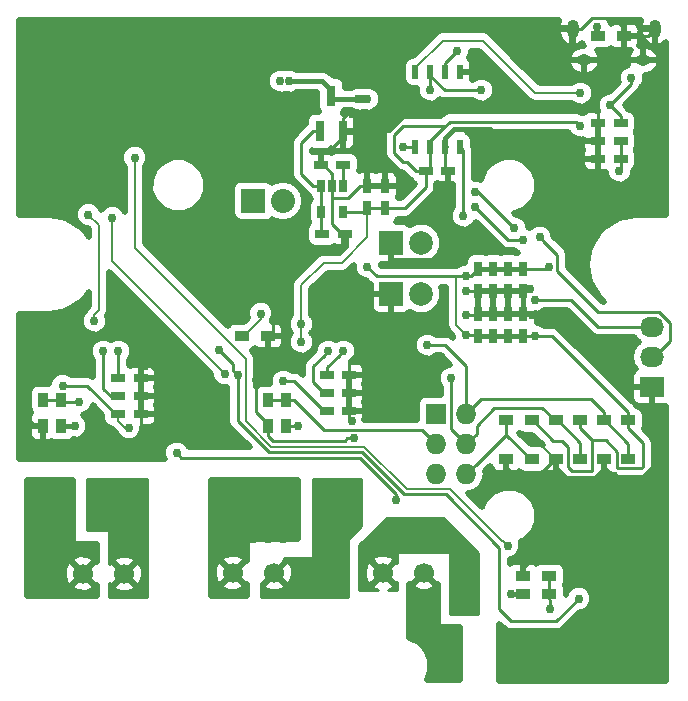
<source format=gbl>
G04 #@! TF.FileFunction,Copper,L2,Bot,Signal*
%FSLAX46Y46*%
G04 Gerber Fmt 4.6, Leading zero omitted, Abs format (unit mm)*
G04 Created by KiCad (PCBNEW 4.0.2+dfsg1-stable) date Wed 23 Nov 2016 09:34:03 PM CST*
%MOMM*%
G01*
G04 APERTURE LIST*
%ADD10C,0.090000*%
%ADD11R,1.200000X0.750000*%
%ADD12R,0.750000X1.200000*%
%ADD13R,2.032000X1.727200*%
%ADD14O,2.032000X1.727200*%
%ADD15O,1.250000X0.950000*%
%ADD16O,1.000000X1.550000*%
%ADD17R,0.900000X1.200000*%
%ADD18R,1.200000X0.900000*%
%ADD19R,0.650000X1.060000*%
%ADD20R,0.508000X1.143000*%
%ADD21C,1.700000*%
%ADD22R,2.032000X2.032000*%
%ADD23O,2.032000X2.032000*%
%ADD24R,0.800100X1.800860*%
%ADD25R,1.220000X0.910000*%
%ADD26R,1.727200X1.727200*%
%ADD27O,1.727200X1.727200*%
%ADD28R,2.000000X2.000000*%
%ADD29C,2.000000*%
%ADD30C,0.762000*%
%ADD31C,0.228600*%
%ADD32C,0.381000*%
%ADD33C,0.254000*%
%ADD34C,0.177800*%
%ADD35C,0.635000*%
%ADD36C,0.400000*%
%ADD37C,0.502000*%
G04 APERTURE END LIST*
D10*
D11*
X161920000Y-96266000D03*
X160020000Y-96266000D03*
X161920000Y-97790000D03*
X160020000Y-97790000D03*
X160020000Y-99314000D03*
X161920000Y-99314000D03*
X179070000Y-78232000D03*
X177170000Y-78232000D03*
D12*
X181102000Y-81910000D03*
X181102000Y-80010000D03*
X182626000Y-81910000D03*
X182626000Y-80010000D03*
D11*
X179578000Y-96012000D03*
X177678000Y-96012000D03*
X179578000Y-97536000D03*
X177678000Y-97536000D03*
X202560000Y-74676000D03*
X200660000Y-74676000D03*
X177678000Y-99060000D03*
X179578000Y-99060000D03*
X202560000Y-76200000D03*
X200660000Y-76200000D03*
X186060000Y-78740000D03*
X187960000Y-78740000D03*
D12*
X191770000Y-87000000D03*
X191770000Y-88900000D03*
X193040000Y-87000000D03*
X193040000Y-88900000D03*
X194310000Y-87000000D03*
X194310000Y-88900000D03*
X190500000Y-92710000D03*
X190500000Y-90810000D03*
X191770000Y-92710000D03*
X191770000Y-90810000D03*
X193040000Y-92710000D03*
X193040000Y-90810000D03*
X194310000Y-92710000D03*
X194310000Y-90810000D03*
D13*
X205232000Y-97028000D03*
D14*
X205232000Y-94488000D03*
X205232000Y-91948000D03*
D15*
X204470000Y-69375000D03*
X199470000Y-69375000D03*
D16*
X205470000Y-66675000D03*
X198470000Y-66675000D03*
D17*
X174244000Y-100330000D03*
X174244000Y-98130000D03*
X172720000Y-98130000D03*
X172720000Y-100330000D03*
X155194000Y-100330000D03*
X155194000Y-98130000D03*
X153670000Y-98130000D03*
X153670000Y-100330000D03*
D18*
X170520000Y-92710000D03*
X172720000Y-92710000D03*
D19*
X177170000Y-80010000D03*
X178120000Y-80010000D03*
X179070000Y-80010000D03*
X179070000Y-82210000D03*
X177170000Y-82210000D03*
D20*
X188976000Y-70358000D03*
X187706000Y-70358000D03*
X186436000Y-70358000D03*
X185166000Y-70358000D03*
X185166000Y-76708000D03*
X186436000Y-76708000D03*
X187706000Y-76708000D03*
X188976000Y-76708000D03*
D21*
X157010000Y-112820000D03*
X160510000Y-112820000D03*
X169710000Y-112750000D03*
X173210000Y-112750000D03*
X182400000Y-112750000D03*
X185900000Y-112750000D03*
D22*
X171450000Y-81280000D03*
D23*
X173990000Y-81280000D03*
D24*
X179004000Y-75392280D03*
X177104000Y-75392280D03*
X178054000Y-72390000D03*
D11*
X177292000Y-84074000D03*
X179192000Y-84074000D03*
X202560000Y-77724000D03*
X200660000Y-77724000D03*
D12*
X190500000Y-87000000D03*
X190500000Y-88900000D03*
D18*
X200660000Y-67310000D03*
X202860000Y-67310000D03*
X194310000Y-114554000D03*
X196510000Y-114554000D03*
X196510000Y-113030000D03*
X194310000Y-113030000D03*
D25*
X203200000Y-99854000D03*
X203200000Y-103124000D03*
X201168000Y-99854000D03*
X201168000Y-103124000D03*
X199136000Y-99854000D03*
X199136000Y-103124000D03*
X197104000Y-99854000D03*
X197104000Y-103124000D03*
X195072000Y-99854000D03*
X195072000Y-103124000D03*
X192867488Y-99854000D03*
X192867488Y-103124000D03*
D26*
X186944000Y-99314000D03*
D27*
X189484000Y-99314000D03*
X186944000Y-101854000D03*
X189484000Y-101854000D03*
X186944000Y-104394000D03*
X189484000Y-104394000D03*
D28*
X183134000Y-84836000D03*
D29*
X185674000Y-84836000D03*
D28*
X183134000Y-89154000D03*
D29*
X185674000Y-89154000D03*
D30*
X189484000Y-84582000D03*
X201951116Y-104590716D03*
X192913000Y-76581000D03*
X179834734Y-99936235D03*
X179940311Y-101384057D03*
X171648530Y-96438792D03*
X173101000Y-91313000D03*
X167005000Y-88265000D03*
X168275000Y-82423000D03*
X195072000Y-101600000D03*
X194902471Y-88766492D03*
X167894000Y-76707994D03*
X167894000Y-75946000D03*
X167894000Y-75184000D03*
X200660000Y-70866000D03*
X200660000Y-78740000D03*
X179832000Y-73914000D03*
X192786000Y-71628000D03*
X180340000Y-93980014D03*
X162052000Y-102108000D03*
X199136000Y-112268000D03*
X152400000Y-96520000D03*
X162306000Y-95250000D03*
X189484000Y-88900000D03*
X195072000Y-90932000D03*
X189484000Y-90932000D03*
X160020000Y-93980000D03*
X158750000Y-93980000D03*
X168529000Y-93853000D03*
X170134894Y-96022802D03*
X199009000Y-114935000D03*
X175514000Y-91694000D03*
X160909000Y-100457000D03*
X175514000Y-93218000D03*
X199136000Y-74930000D03*
X203454000Y-70866000D03*
X201676000Y-73152000D03*
X155309376Y-96920388D03*
X173990000Y-96520000D03*
X177800000Y-93980000D03*
X181102000Y-86868000D03*
X199136000Y-72136000D03*
X196469003Y-86867997D03*
X202438000Y-78740000D03*
X189448005Y-87651158D03*
X195326000Y-92710000D03*
X189484000Y-92625400D03*
X186436000Y-71882000D03*
X190754000Y-71882000D03*
X188722000Y-68580000D03*
X181102000Y-72644000D03*
X174498000Y-71120000D03*
X180340000Y-72644000D03*
X173736000Y-71120000D03*
X195707000Y-84328000D03*
X195326000Y-89662000D03*
X200582470Y-66509920D03*
X193000315Y-110472537D03*
X161417000Y-77597000D03*
X169037000Y-95885000D03*
X159512000Y-82677000D03*
X157480000Y-82423000D03*
X157988000Y-91440000D03*
X190246000Y-80518000D03*
X193548000Y-83566000D03*
X194263920Y-84582000D03*
X190246000Y-81788000D03*
X162052000Y-111125000D03*
X160020000Y-110236000D03*
X161290000Y-110236000D03*
X161925000Y-109347000D03*
X160655000Y-109347000D03*
X161925000Y-107696000D03*
X160655000Y-107696000D03*
X159385000Y-107696004D03*
X158115000Y-107696006D03*
X158750000Y-108585000D03*
X160020000Y-108585000D03*
X161290000Y-108585000D03*
X158750000Y-106680000D03*
X160020000Y-106680000D03*
X161290000Y-106680000D03*
X178435000Y-113538000D03*
X179070000Y-112394966D03*
X177800004Y-112395000D03*
X177165000Y-113538000D03*
X176022000Y-113538000D03*
X175260000Y-112395000D03*
X176530000Y-112395000D03*
X177038000Y-111125000D03*
X178435000Y-111125000D03*
X179070000Y-109855000D03*
X177800000Y-109855000D03*
X177038000Y-108585000D03*
X178435000Y-108585000D03*
X179705000Y-108585000D03*
X180340000Y-107315000D03*
X179070000Y-107315000D03*
X177800000Y-107315000D03*
X186436000Y-114554000D03*
X186436000Y-117348000D03*
X186436000Y-115951000D03*
X185420000Y-115189000D03*
X185420000Y-116713000D03*
X185420000Y-118110000D03*
X187198000Y-118110000D03*
X187198000Y-119380000D03*
X187198000Y-120650000D03*
X188595000Y-117475000D03*
X188595000Y-118745000D03*
X188595000Y-120015000D03*
X188595000Y-121285000D03*
X184150000Y-76708000D03*
X189230000Y-82550000D03*
X153035000Y-114300000D03*
X154305000Y-114300000D03*
X154940000Y-113030000D03*
X153670000Y-113030000D03*
X156210000Y-110490000D03*
X154305000Y-111760000D03*
X153035000Y-111760000D03*
X153670000Y-110490000D03*
X154940000Y-110490000D03*
X155575000Y-109220000D03*
X154305000Y-109220000D03*
X153035000Y-109220000D03*
X153670000Y-107950000D03*
X154940000Y-107950000D03*
X155575000Y-106807000D03*
X154305000Y-106807000D03*
X153035000Y-106807000D03*
X156337000Y-100330000D03*
X168402000Y-113792000D03*
X170815000Y-110998000D03*
X169545000Y-110998000D03*
X168275000Y-110998000D03*
X174752000Y-108585000D03*
X173990000Y-109855000D03*
X172720000Y-109855000D03*
X171450000Y-109855000D03*
X170180000Y-109855000D03*
X168910000Y-109855000D03*
X168275000Y-106045000D03*
X169545000Y-106045000D03*
X170180000Y-107315000D03*
X168910000Y-107315000D03*
X168275000Y-108585000D03*
X169545000Y-108585000D03*
X173355782Y-108592886D03*
X172090070Y-108589965D03*
X170815000Y-108585000D03*
X170815000Y-108585000D03*
X173990000Y-107315000D03*
X172720000Y-107315000D03*
X171450000Y-107315000D03*
X171450000Y-107315000D03*
X175260000Y-100330000D03*
X187833000Y-109220000D03*
X188849000Y-110109000D03*
X182880000Y-108712000D03*
X184150000Y-108712000D03*
X185420000Y-108712000D03*
X186690000Y-108712000D03*
X181610000Y-110363000D03*
X183515000Y-110363000D03*
X184785000Y-110363000D03*
X186055000Y-110363000D03*
X187579000Y-110363000D03*
X188595000Y-112395000D03*
X188595000Y-111379000D03*
X189611000Y-111379000D03*
X188595000Y-113665000D03*
X188595000Y-114935000D03*
X188595000Y-115824000D03*
X193294020Y-114554000D03*
X179070000Y-93980014D03*
X172085000Y-90830380D03*
X188214000Y-96266000D03*
X186182000Y-93472000D03*
X183515000Y-106553000D03*
X164973000Y-102616000D03*
X156718000Y-98298000D03*
X196596000Y-115824000D03*
D31*
X183134000Y-84836000D02*
X183134000Y-86064600D01*
X183134000Y-86064600D02*
X183248301Y-86178901D01*
X183248301Y-86178901D02*
X187887099Y-86178901D01*
X187887099Y-86178901D02*
X189484000Y-84582000D01*
X197104000Y-103807600D02*
X197104000Y-103124000D01*
X197906311Y-104609911D02*
X197104000Y-103807600D01*
X200365689Y-104609911D02*
X197906311Y-104609911D01*
X201168000Y-103807600D02*
X200365689Y-104609911D01*
X205232000Y-97028000D02*
X205232000Y-103720068D01*
X204742351Y-104209717D02*
X204361352Y-104590716D01*
X201951116Y-104590716D02*
X203822537Y-104590716D01*
X203822537Y-104590716D02*
X204361352Y-104590716D01*
X205232000Y-103720068D02*
X204742351Y-104209717D01*
X201168000Y-103807600D02*
X201951116Y-104590716D01*
X194310000Y-113030000D02*
X194310000Y-112351400D01*
X194310000Y-112351400D02*
X194901400Y-111760000D01*
X194901400Y-111760000D02*
X198628000Y-111760000D01*
X198628000Y-111760000D02*
X199136000Y-112268000D01*
D32*
X187706000Y-76708000D02*
X187706000Y-75946000D01*
X187706000Y-75946000D02*
X188468000Y-75184000D01*
X188468000Y-75184000D02*
X191516000Y-75184000D01*
X191516000Y-75184000D02*
X192913000Y-76581000D01*
D33*
X179825235Y-99936235D02*
X179834734Y-99936235D01*
X172720000Y-100330000D02*
X172720000Y-101184000D01*
X179578000Y-99060000D02*
X179578000Y-99689000D01*
X179578000Y-99689000D02*
X179825235Y-99936235D01*
X179185553Y-101600000D02*
X179401496Y-101384057D01*
X172720000Y-101184000D02*
X173136000Y-101600000D01*
X173136000Y-101600000D02*
X179185553Y-101600000D01*
X179401496Y-101384057D02*
X179940311Y-101384057D01*
D34*
X172720000Y-92710000D02*
X172720000Y-95367322D01*
D31*
X172720000Y-100330000D02*
X172720000Y-100180000D01*
X171648530Y-99108530D02*
X171648530Y-96977607D01*
X171648530Y-96977607D02*
X171648530Y-96438792D01*
D34*
X172029529Y-96057793D02*
X171648530Y-96438792D01*
D31*
X172720000Y-100180000D02*
X171648530Y-99108530D01*
D34*
X172720000Y-95367322D02*
X172029529Y-96057793D01*
D33*
X173101000Y-91313000D02*
X173101000Y-92329000D01*
X173101000Y-92329000D02*
X172720000Y-92710000D01*
D34*
X167005000Y-88265000D02*
X167005000Y-86487000D01*
X167005000Y-86487000D02*
X169672000Y-83820000D01*
D35*
X169672000Y-83820000D02*
X168275000Y-82423000D01*
X168275000Y-82423000D02*
X167894000Y-82042000D01*
D34*
X195425000Y-101600000D02*
X195072000Y-101600000D01*
X196949000Y-103124000D02*
X195425000Y-101600000D01*
D31*
X194363656Y-88766492D02*
X194902471Y-88766492D01*
X194310000Y-88900000D02*
X194310000Y-88820148D01*
X194310000Y-88820148D02*
X194363656Y-88766492D01*
D35*
X167894000Y-82042000D02*
X167894000Y-75184000D01*
X174244000Y-83820000D02*
X169672000Y-83820000D01*
X176022000Y-85598000D02*
X174244000Y-83820000D01*
X178678000Y-85598000D02*
X176022000Y-85598000D01*
X179192000Y-84074000D02*
X179192000Y-85084000D01*
X179192000Y-85084000D02*
X178678000Y-85598000D01*
D31*
X179004000Y-75392280D02*
X182925720Y-75392280D01*
X182925720Y-75392280D02*
X184912000Y-73406000D01*
X184912000Y-73406000D02*
X192786000Y-73406000D01*
X192786000Y-73406000D02*
X200660000Y-73406000D01*
X192786000Y-71628000D02*
X192786000Y-73406000D01*
X200660000Y-74676000D02*
X200660000Y-73406000D01*
X200660000Y-73406000D02*
X200660000Y-70866000D01*
X200660000Y-78740000D02*
X200660000Y-77724000D01*
X200660000Y-76200000D02*
X200660000Y-74676000D01*
X200660000Y-77724000D02*
X200660000Y-76200000D01*
X179353250Y-73914000D02*
X179832000Y-73914000D01*
X179004000Y-75392280D02*
X179004000Y-74263250D01*
X179004000Y-74263250D02*
X179353250Y-73914000D01*
X187706000Y-76708000D02*
X187706000Y-78486000D01*
X187706000Y-78486000D02*
X187960000Y-78740000D01*
X182626000Y-80010000D02*
X181102000Y-80010000D01*
X178120000Y-83227000D02*
X178120000Y-81026000D01*
X178120000Y-81026000D02*
X178120000Y-80768600D01*
X181102000Y-80010000D02*
X180498400Y-80010000D01*
X180498400Y-80010000D02*
X179482400Y-81026000D01*
X179482400Y-81026000D02*
X178120000Y-81026000D01*
X179192000Y-84074000D02*
X178967000Y-84074000D01*
X178967000Y-84074000D02*
X178120000Y-83227000D01*
X178120000Y-80768600D02*
X178120000Y-80010000D01*
X178120000Y-80010000D02*
X178120000Y-78957000D01*
X178120000Y-78957000D02*
X177395000Y-78232000D01*
X177395000Y-78232000D02*
X177170000Y-78232000D01*
X177170000Y-78232000D02*
X177170000Y-77226280D01*
X177170000Y-77226280D02*
X177434280Y-76962000D01*
X177934660Y-76962000D02*
X179004000Y-75892660D01*
X177434280Y-76962000D02*
X177934660Y-76962000D01*
X179004000Y-75892660D02*
X179004000Y-75392280D01*
X191516000Y-70358000D02*
X192786000Y-71628000D01*
X188976000Y-70358000D02*
X191516000Y-70358000D01*
X201168000Y-103124000D02*
X201168000Y-103807600D01*
X195425000Y-104648000D02*
X196949000Y-103124000D01*
X196949000Y-103124000D02*
X197104000Y-103124000D01*
X193707888Y-104648000D02*
X195425000Y-104648000D01*
X192867488Y-103124000D02*
X192867488Y-103807600D01*
X192867488Y-103807600D02*
X193707888Y-104648000D01*
X179959001Y-94361013D02*
X180340000Y-93980014D01*
X179578000Y-96012000D02*
X179578000Y-94742014D01*
X179578000Y-94742014D02*
X179959001Y-94361013D01*
D32*
X153670000Y-101600000D02*
X153670000Y-100330000D01*
X154178000Y-102108000D02*
X153670000Y-101600000D01*
X162052000Y-102108000D02*
X154178000Y-102108000D01*
D31*
X161920000Y-99314000D02*
X161920000Y-101976000D01*
X161920000Y-101976000D02*
X162052000Y-102108000D01*
X161920000Y-97790000D02*
X161920000Y-96266000D01*
X161920000Y-99314000D02*
X161920000Y-97790000D01*
X152400000Y-99738600D02*
X152400000Y-96520000D01*
X153670000Y-100330000D02*
X152991400Y-100330000D01*
X152991400Y-100330000D02*
X152400000Y-99738600D01*
X161920000Y-96266000D02*
X161920000Y-95636000D01*
X161920000Y-95636000D02*
X162306000Y-95250000D01*
X179578000Y-99060000D02*
X179578000Y-97536000D01*
X179578000Y-96012000D02*
X179578000Y-97536000D01*
X202014600Y-65786000D02*
X200087600Y-65786000D01*
X200087600Y-65786000D02*
X199198600Y-66675000D01*
X199198600Y-66675000D02*
X198470000Y-66675000D01*
X202860000Y-67310000D02*
X202860000Y-66631400D01*
X202860000Y-66631400D02*
X202014600Y-65786000D01*
X202860000Y-67310000D02*
X204835000Y-67310000D01*
X204835000Y-67310000D02*
X205470000Y-66675000D01*
X189484000Y-88900000D02*
X190500000Y-88900000D01*
X195072000Y-90932000D02*
X194432000Y-90932000D01*
X194432000Y-90932000D02*
X194310000Y-90810000D01*
X189484000Y-90932000D02*
X190378000Y-90932000D01*
X190378000Y-90932000D02*
X190500000Y-90810000D01*
D32*
X190500000Y-88900000D02*
X190500000Y-90810000D01*
X191770000Y-88900000D02*
X191770000Y-90810000D01*
X193040000Y-88900000D02*
X193040000Y-90810000D01*
X194310000Y-88900000D02*
X194310000Y-90810000D01*
X193040000Y-88900000D02*
X194310000Y-88900000D01*
X191770000Y-88900000D02*
X193040000Y-88900000D01*
X190500000Y-88900000D02*
X191770000Y-88900000D01*
X191770000Y-90810000D02*
X190500000Y-90810000D01*
X193040000Y-90810000D02*
X191770000Y-90810000D01*
X194310000Y-90810000D02*
X193040000Y-90810000D01*
D31*
X160020000Y-96266000D02*
X160020000Y-93980000D01*
X160020000Y-97790000D02*
X159385000Y-97790000D01*
X159385000Y-97790000D02*
X158750000Y-97155000D01*
X158750000Y-97155000D02*
X158750000Y-93980000D01*
D33*
X186060000Y-78740000D02*
X185206000Y-78740000D01*
X185206000Y-78740000D02*
X184444000Y-77978000D01*
X184444000Y-77978000D02*
X184150000Y-77978000D01*
X184150000Y-77978000D02*
X183388000Y-77216000D01*
X183388000Y-75692000D02*
X184150000Y-74930000D01*
X183388000Y-77216000D02*
X183388000Y-75692000D01*
X184150000Y-74930000D02*
X187706000Y-74930000D01*
D31*
X187985411Y-74650589D02*
X187706000Y-74930000D01*
X188086999Y-74549001D02*
X187985411Y-74650589D01*
X198755001Y-74549001D02*
X188086999Y-74549001D01*
X199136000Y-74930000D02*
X198755001Y-74549001D01*
D33*
X192278000Y-110617000D02*
X187765356Y-106104356D01*
X192278000Y-115824000D02*
X192278000Y-110617000D01*
X180661642Y-102527088D02*
X172787642Y-102527088D01*
X184238910Y-106104356D02*
X180661642Y-102527088D01*
X199009000Y-114935000D02*
X197104000Y-116840000D01*
X197104000Y-116840000D02*
X193294000Y-116840000D01*
X170134894Y-99874340D02*
X170134894Y-96561617D01*
X193294000Y-116840000D02*
X192278000Y-115824000D01*
X187765356Y-106104356D02*
X184238910Y-106104356D01*
X172787642Y-102527088D02*
X170134894Y-99874340D01*
X170134894Y-96561617D02*
X170134894Y-96022802D01*
D31*
X169753895Y-95077895D02*
X168529000Y-93853000D01*
X170134894Y-96022802D02*
X169753895Y-95641803D01*
X169753895Y-95641803D02*
X169753895Y-95077895D01*
D34*
X175514000Y-93218000D02*
X175514000Y-91694000D01*
X175514000Y-91694000D02*
X175514000Y-88392000D01*
X160610200Y-100457000D02*
X160909000Y-100457000D01*
X160020000Y-99314000D02*
X160020000Y-99866800D01*
X160020000Y-99866800D02*
X160610200Y-100457000D01*
X178943000Y-86487000D02*
X181102000Y-84328000D01*
X181102000Y-84328000D02*
X181102000Y-81910000D01*
X177419000Y-86487000D02*
X178943000Y-86487000D01*
X175514000Y-88392000D02*
X177419000Y-86487000D01*
D33*
X184282000Y-81910000D02*
X186060000Y-80132000D01*
X186060000Y-80132000D02*
X186060000Y-78740000D01*
X182626000Y-81910000D02*
X184282000Y-81910000D01*
D31*
X187706000Y-74930000D02*
X186436000Y-76200000D01*
X186436000Y-76200000D02*
X186436000Y-76708000D01*
X203454000Y-71374000D02*
X203454000Y-70866000D01*
X201676000Y-73152000D02*
X203454000Y-71374000D01*
X201676000Y-73188400D02*
X201676000Y-73152000D01*
X202560000Y-74676000D02*
X202560000Y-74072400D01*
X202560000Y-74072400D02*
X201676000Y-73188400D01*
X186436000Y-76708000D02*
X186436000Y-78364000D01*
X186436000Y-78364000D02*
X186060000Y-78740000D01*
X181102000Y-81910000D02*
X182626000Y-81910000D01*
X179070000Y-82210000D02*
X180802000Y-82210000D01*
X180802000Y-82210000D02*
X181102000Y-81910000D01*
X155848191Y-96920388D02*
X155309376Y-96920388D01*
X157401388Y-96920388D02*
X155848191Y-96920388D01*
X159795000Y-99314000D02*
X157401388Y-96920388D01*
X160020000Y-99314000D02*
X159795000Y-99314000D01*
X177453000Y-99060000D02*
X174913000Y-96520000D01*
X174913000Y-96520000D02*
X173990000Y-96520000D01*
X177678000Y-99060000D02*
X177453000Y-99060000D01*
X177170000Y-82210000D02*
X177170000Y-83952000D01*
X177170000Y-83952000D02*
X177292000Y-84074000D01*
X177170000Y-82210000D02*
X177170000Y-80010000D01*
X175514000Y-78994000D02*
X176530000Y-80010000D01*
X176530000Y-80010000D02*
X177170000Y-80010000D01*
X175514000Y-76353630D02*
X175514000Y-78994000D01*
X177104000Y-75392280D02*
X176475350Y-75392280D01*
X176475350Y-75392280D02*
X175514000Y-76353630D01*
X179070000Y-78232000D02*
X179070000Y-80010000D01*
X177453000Y-97536000D02*
X176530000Y-96613000D01*
X176530000Y-96613000D02*
X176530000Y-95250000D01*
X176530000Y-95250000D02*
X177419001Y-94360999D01*
X177419001Y-94360999D02*
X177800000Y-93980000D01*
X177678000Y-97536000D02*
X177453000Y-97536000D01*
X189448005Y-87651158D02*
X181885158Y-87651158D01*
X181885158Y-87651158D02*
X181102000Y-86868000D01*
D33*
X200152000Y-101553600D02*
X200152000Y-104140000D01*
X196850000Y-101600000D02*
X195104000Y-99854000D01*
X197612000Y-101600000D02*
X196850000Y-101600000D01*
X198120000Y-102108000D02*
X197612000Y-101600000D01*
X198120000Y-103813082D02*
X198120000Y-102108000D01*
X198446918Y-104140000D02*
X198120000Y-103813082D01*
X200152000Y-104140000D02*
X198446918Y-104140000D01*
X195104000Y-99854000D02*
X195072000Y-99854000D01*
D31*
X204307099Y-103921901D02*
X204470000Y-103759000D01*
X201279822Y-101553600D02*
X202247099Y-102520877D01*
X202247099Y-102520877D02*
X202247099Y-103853321D01*
X202315679Y-103921901D02*
X204307099Y-103921901D01*
X202247099Y-103853321D02*
X202315679Y-103921901D01*
X204470000Y-101807600D02*
X203200000Y-100537600D01*
X204470000Y-103759000D02*
X204470000Y-101807600D01*
X203200000Y-100537600D02*
X203200000Y-99854000D01*
D34*
X185166000Y-70358000D02*
X185166000Y-70040500D01*
X185166000Y-70040500D02*
X187515500Y-67691000D01*
X187515500Y-67691000D02*
X190881000Y-67691000D01*
X190881000Y-67691000D02*
X195326000Y-72136000D01*
X195326000Y-72136000D02*
X199136000Y-72136000D01*
X188595000Y-87757000D02*
X188595000Y-91736400D01*
X188595000Y-91736400D02*
X189484000Y-92625400D01*
X188700842Y-87651158D02*
X188595000Y-87757000D01*
X189448005Y-87651158D02*
X188700842Y-87651158D01*
D31*
X196337000Y-87000000D02*
X196469003Y-86867997D01*
X194310000Y-87000000D02*
X196337000Y-87000000D01*
X202560000Y-78618000D02*
X202438000Y-78740000D01*
X202560000Y-77724000D02*
X202560000Y-78618000D01*
X202560000Y-77724000D02*
X202560000Y-76200000D01*
X199136000Y-99854000D02*
X199136000Y-100537600D01*
X203200000Y-99854000D02*
X203200000Y-99170400D01*
X203200000Y-99170400D02*
X196739600Y-92710000D01*
X196739600Y-92710000D02*
X195864815Y-92710000D01*
X195864815Y-92710000D02*
X195326000Y-92710000D01*
X189448005Y-87651158D02*
X189848842Y-87651158D01*
X189848842Y-87651158D02*
X190500000Y-87000000D01*
X195326000Y-92710000D02*
X194310000Y-92710000D01*
X189484000Y-92625400D02*
X190415400Y-92625400D01*
X190415400Y-92625400D02*
X190500000Y-92710000D01*
D32*
X193040000Y-87000000D02*
X194310000Y-87000000D01*
X191770000Y-87000000D02*
X193040000Y-87000000D01*
X190500000Y-87000000D02*
X191770000Y-87000000D01*
X193040000Y-92710000D02*
X194310000Y-92710000D01*
X191770000Y-92710000D02*
X193040000Y-92710000D01*
X190500000Y-92710000D02*
X191770000Y-92710000D01*
D31*
X200152000Y-101553600D02*
X201279822Y-101553600D01*
X199136000Y-100537600D02*
X200152000Y-101553600D01*
X186436000Y-71882000D02*
X186436000Y-70358000D01*
X187642500Y-71882000D02*
X190754000Y-71882000D01*
X186436000Y-70358000D02*
X186436000Y-70675500D01*
X186436000Y-70675500D02*
X187642500Y-71882000D01*
X187706000Y-69596000D02*
X188722000Y-68580000D01*
X187706000Y-70358000D02*
X187706000Y-69596000D01*
D35*
X181102000Y-72644000D02*
X180340000Y-72644000D01*
D36*
X174498000Y-71120000D02*
X177284380Y-71120000D01*
X180340000Y-72644000D02*
X178308000Y-72644000D01*
D31*
X178308000Y-72644000D02*
X178054000Y-72390000D01*
D36*
X177284380Y-71120000D02*
X178054000Y-71889620D01*
D31*
X178054000Y-71889620D02*
X178054000Y-72390000D01*
X197192904Y-87206523D02*
X197192904Y-85813904D01*
X200664381Y-90678000D02*
X197192904Y-87206523D01*
X196087999Y-84708999D02*
X195707000Y-84328000D01*
X197192904Y-85813904D02*
X196087999Y-84708999D01*
X206756000Y-93116400D02*
X206756000Y-91613338D01*
X205384400Y-94488000D02*
X206756000Y-93116400D01*
X205820662Y-90678000D02*
X200664381Y-90678000D01*
X205232000Y-94488000D02*
X205384400Y-94488000D01*
X206756000Y-91613338D02*
X205820662Y-90678000D01*
X195326000Y-89662000D02*
X198374000Y-89662000D01*
X198374000Y-89662000D02*
X200660000Y-91948000D01*
X200660000Y-91948000D02*
X203987400Y-91948000D01*
X203987400Y-91948000D02*
X205232000Y-91948000D01*
X200660000Y-66587450D02*
X200582470Y-66509920D01*
X200660000Y-67310000D02*
X200660000Y-66587450D01*
D34*
X192619316Y-110091538D02*
X193000315Y-110472537D01*
X188082845Y-105659845D02*
X192514538Y-110091538D01*
X192514538Y-110091538D02*
X192619316Y-110091538D01*
X172971763Y-102082577D02*
X180845764Y-102082577D01*
X184423032Y-105659845D02*
X188082845Y-105659845D01*
X170833395Y-99944209D02*
X172971763Y-102082577D01*
X161417000Y-85228502D02*
X170833395Y-94644897D01*
X161417000Y-77597000D02*
X161417000Y-85228502D01*
X180845764Y-102082577D02*
X184423032Y-105659845D01*
X170833395Y-94644897D02*
X170833395Y-99944209D01*
X159512000Y-86360000D02*
X168656001Y-95504001D01*
X168656001Y-95504001D02*
X169037000Y-95885000D01*
X159512000Y-82677000D02*
X159512000Y-86360000D01*
X158369000Y-83312000D02*
X157480000Y-82423000D01*
X158369000Y-90520185D02*
X158369000Y-83312000D01*
X157988000Y-91440000D02*
X157988000Y-90901185D01*
X157988000Y-90901185D02*
X158369000Y-90520185D01*
D31*
X193548000Y-83566000D02*
X190500000Y-80518000D01*
X190500000Y-80518000D02*
X190246000Y-80518000D01*
X193725105Y-84582000D02*
X194263920Y-84582000D01*
X193040000Y-84582000D02*
X193725105Y-84582000D01*
X190246000Y-81788000D02*
X193040000Y-84582000D01*
D32*
X160020000Y-110236000D02*
X161163000Y-110236000D01*
X161163000Y-110236000D02*
X162052000Y-111125000D01*
X161925000Y-109347000D02*
X161925000Y-109601000D01*
X161925000Y-109601000D02*
X161290000Y-110236000D01*
X160020000Y-108585000D02*
X160020000Y-108712000D01*
X160020000Y-108712000D02*
X160655000Y-109347000D01*
X161925000Y-107950000D02*
X161925000Y-107696000D01*
X161290000Y-108585000D02*
X161925000Y-107950000D01*
X160654996Y-107696004D02*
X160655000Y-107696000D01*
X159385000Y-107696004D02*
X160654996Y-107696004D01*
X160116185Y-107696000D02*
X160655000Y-107696000D01*
X159639004Y-107442000D02*
X159893004Y-107696000D01*
X159893004Y-107696000D02*
X160116185Y-107696000D01*
X158115000Y-107696006D02*
X159384998Y-107696006D01*
X159384998Y-107696006D02*
X159385000Y-107696004D01*
X160020000Y-108585000D02*
X158750000Y-108585000D01*
X160751185Y-106680000D02*
X160020000Y-106680000D01*
X161290000Y-106680000D02*
X160751185Y-106680000D01*
X179069966Y-112395000D02*
X179070000Y-112394966D01*
X177800004Y-112395000D02*
X179069966Y-112395000D01*
X176022000Y-113538000D02*
X177165000Y-113538000D01*
X176530000Y-112395000D02*
X175260000Y-112395000D01*
X178435000Y-111125000D02*
X177038000Y-111125000D01*
X177800000Y-109855000D02*
X179070000Y-109855000D01*
X178435000Y-108585000D02*
X177038000Y-108585000D01*
X180340000Y-107315000D02*
X180340000Y-107950000D01*
X180340000Y-107950000D02*
X179705000Y-108585000D01*
X177800000Y-107315000D02*
X179070000Y-107315000D01*
X186436000Y-116489815D02*
X186436000Y-117348000D01*
X186436000Y-115951000D02*
X186436000Y-116489815D01*
X186659185Y-118110000D02*
X185420000Y-118110000D01*
X187198000Y-118110000D02*
X186659185Y-118110000D01*
X187198000Y-119380000D02*
X187198000Y-118110000D01*
X187198000Y-120650000D02*
X187198000Y-119380000D01*
X188595000Y-118745000D02*
X188722000Y-118745000D01*
X188722000Y-118745000D02*
X188976000Y-118491000D01*
D31*
X184150000Y-76708000D02*
X185166000Y-76708000D01*
X189230000Y-82550000D02*
X189230000Y-76962000D01*
X189230000Y-76962000D02*
X188976000Y-76708000D01*
D32*
X154940000Y-113030000D02*
X154940000Y-113665000D01*
X154940000Y-113665000D02*
X154305000Y-114300000D01*
X156210000Y-110490000D02*
X153670000Y-113030000D01*
X153035000Y-111760000D02*
X154305000Y-111760000D01*
X154940000Y-110490000D02*
X153670000Y-110490000D01*
X154843815Y-109220000D02*
X155575000Y-109220000D01*
X154305000Y-109220000D02*
X154843815Y-109220000D01*
X153670000Y-107950000D02*
X153670000Y-108585000D01*
X153670000Y-108585000D02*
X153035000Y-109220000D01*
X155575000Y-106807000D02*
X155575000Y-107315000D01*
X155575000Y-107315000D02*
X154940000Y-107950000D01*
X154305000Y-106807000D02*
X155575000Y-106807000D01*
X156337000Y-100330000D02*
X155194000Y-100330000D01*
X168402000Y-113792000D02*
X168668000Y-113792000D01*
X168668000Y-113792000D02*
X169710000Y-112750000D01*
X169545000Y-110998000D02*
X170815000Y-110998000D01*
X168910000Y-109855000D02*
X168910000Y-110363000D01*
X168910000Y-110363000D02*
X168275000Y-110998000D01*
X172720000Y-109855000D02*
X173990000Y-109855000D01*
X170180000Y-109855000D02*
X171450000Y-109855000D01*
X168275000Y-108585000D02*
X168275000Y-109220000D01*
X168275000Y-109220000D02*
X168910000Y-109855000D01*
X170180000Y-107315000D02*
X170180000Y-106680000D01*
X170180000Y-106680000D02*
X169545000Y-106045000D01*
X168275000Y-108585000D02*
X168275000Y-107950000D01*
X168275000Y-107950000D02*
X168910000Y-107315000D01*
X170815000Y-108585000D02*
X169545000Y-108585000D01*
X172090070Y-108589965D02*
X173352861Y-108589965D01*
X173352861Y-108589965D02*
X173355782Y-108592886D01*
X171450000Y-107315000D02*
X172720000Y-107315000D01*
D33*
X175260000Y-100330000D02*
X174244000Y-100330000D01*
D32*
X187833000Y-109570185D02*
X187833000Y-109220000D01*
X187579000Y-110363000D02*
X187579000Y-109824185D01*
X187579000Y-109824185D02*
X187833000Y-109570185D01*
X184150000Y-108712000D02*
X182880000Y-108712000D01*
X185420000Y-108712000D02*
X184150000Y-108712000D01*
X186690000Y-108712000D02*
X185420000Y-108712000D01*
X188595000Y-112395000D02*
X188595000Y-111856185D01*
X188595000Y-111856185D02*
X188595000Y-111379000D01*
X194310000Y-114554000D02*
X193294020Y-114554000D01*
D31*
X177678000Y-95372014D02*
X178689001Y-94361013D01*
X178689001Y-94361013D02*
X179070000Y-93980014D01*
X177678000Y-96012000D02*
X177678000Y-95372014D01*
D34*
X172085000Y-91295000D02*
X172085000Y-90830380D01*
X170670000Y-92710000D02*
X172085000Y-91295000D01*
X170520000Y-92710000D02*
X170670000Y-92710000D01*
D31*
X199136000Y-101731000D02*
X199136000Y-102440400D01*
X197104000Y-99854000D02*
X197259000Y-99854000D01*
X197259000Y-99854000D02*
X199136000Y-101731000D01*
X199136000Y-102440400D02*
X199136000Y-103124000D01*
X197104000Y-99854000D02*
X196949000Y-99854000D01*
X196949000Y-99854000D02*
X195878949Y-98783949D01*
X191856349Y-98783949D02*
X190347599Y-100292699D01*
X195878949Y-98783949D02*
X191856349Y-98783949D01*
X190347599Y-100292699D02*
X190347599Y-100990401D01*
X190347599Y-100990401D02*
X189484000Y-101854000D01*
X188214000Y-100584000D02*
X188214000Y-96266000D01*
X189484000Y-101854000D02*
X188214000Y-100584000D01*
D33*
X203200000Y-103124000D02*
X203200000Y-101854000D01*
X203200000Y-101854000D02*
X201200000Y-99854000D01*
X201200000Y-99854000D02*
X201168000Y-99854000D01*
D31*
X200041600Y-98044000D02*
X190754000Y-98044000D01*
X190754000Y-98044000D02*
X189484000Y-99314000D01*
X201168000Y-99854000D02*
X201168000Y-99170400D01*
X201168000Y-99170400D02*
X200041600Y-98044000D01*
X187706000Y-93472000D02*
X186182000Y-93472000D01*
X189484000Y-95250000D02*
X187706000Y-93472000D01*
X189484000Y-99314000D02*
X189484000Y-95250000D01*
X189484000Y-104394000D02*
X190347599Y-103530401D01*
X190347599Y-103530401D02*
X190411575Y-103530401D01*
X190411575Y-103530401D02*
X192867488Y-101074488D01*
X192867488Y-99854000D02*
X192867488Y-101074488D01*
X192867488Y-101074488D02*
X194917000Y-103124000D01*
X194917000Y-103124000D02*
X195072000Y-103124000D01*
X180466999Y-102996999D02*
X183515000Y-106045000D01*
X183515000Y-106045000D02*
X183515000Y-106553000D01*
X165353999Y-102996999D02*
X180466999Y-102996999D01*
X164973000Y-102616000D02*
X165353999Y-102996999D01*
X156718000Y-98298000D02*
X155362000Y-98298000D01*
X155362000Y-98298000D02*
X155194000Y-98130000D01*
X153670000Y-98130000D02*
X155194000Y-98130000D01*
X177452755Y-100660155D02*
X185750155Y-100660155D01*
X185750155Y-100660155D02*
X186080401Y-100990401D01*
X174244000Y-98130000D02*
X174922600Y-98130000D01*
X174922600Y-98130000D02*
X177452755Y-100660155D01*
X186080401Y-100990401D02*
X186944000Y-101854000D01*
X172720000Y-98130000D02*
X174244000Y-98130000D01*
X196596000Y-115064600D02*
X196596000Y-115824000D01*
X196510000Y-114300000D02*
X196510000Y-114978600D01*
X196510000Y-114978600D02*
X196596000Y-115064600D01*
X196510000Y-114300000D02*
X196510000Y-113030000D01*
D37*
G36*
X185918385Y-112735858D02*
X185904243Y-112750000D01*
X186927970Y-113773727D01*
X187074000Y-113743706D01*
X187074000Y-117094000D01*
X187093775Y-117191653D01*
X187149985Y-117273919D01*
X187233772Y-117327834D01*
X187325000Y-117345000D01*
X188979000Y-117345000D01*
X188979000Y-121796000D01*
X186110316Y-121796000D01*
X186425602Y-121036708D01*
X186426396Y-120127281D01*
X186079106Y-119286777D01*
X185436605Y-118643154D01*
X184655000Y-118318603D01*
X184655000Y-113777970D01*
X184876273Y-113777970D01*
X184938154Y-114078971D01*
X185519946Y-114345892D01*
X186159597Y-114369852D01*
X186759727Y-114147206D01*
X186861846Y-114078971D01*
X186923727Y-113777970D01*
X185900000Y-112754243D01*
X184876273Y-113777970D01*
X184655000Y-113777970D01*
X184655000Y-113729109D01*
X184872030Y-113773727D01*
X185895757Y-112750000D01*
X185881615Y-112735858D01*
X185885858Y-112731615D01*
X185900000Y-112745757D01*
X185914142Y-112731615D01*
X185918385Y-112735858D01*
X185918385Y-112735858D01*
G37*
X185918385Y-112735858D02*
X185904243Y-112750000D01*
X186927970Y-113773727D01*
X187074000Y-113743706D01*
X187074000Y-117094000D01*
X187093775Y-117191653D01*
X187149985Y-117273919D01*
X187233772Y-117327834D01*
X187325000Y-117345000D01*
X188979000Y-117345000D01*
X188979000Y-121796000D01*
X186110316Y-121796000D01*
X186425602Y-121036708D01*
X186426396Y-120127281D01*
X186079106Y-119286777D01*
X185436605Y-118643154D01*
X184655000Y-118318603D01*
X184655000Y-113777970D01*
X184876273Y-113777970D01*
X184938154Y-114078971D01*
X185519946Y-114345892D01*
X186159597Y-114369852D01*
X186759727Y-114147206D01*
X186861846Y-114078971D01*
X186923727Y-113777970D01*
X185900000Y-112754243D01*
X184876273Y-113777970D01*
X184655000Y-113777970D01*
X184655000Y-113729109D01*
X184872030Y-113773727D01*
X185895757Y-112750000D01*
X185881615Y-112735858D01*
X185885858Y-112731615D01*
X185900000Y-112745757D01*
X185914142Y-112731615D01*
X185918385Y-112735858D01*
D33*
G36*
X190458387Y-111050606D02*
X190458387Y-116205000D01*
X188087000Y-116205000D01*
X188087000Y-111125000D01*
X188076994Y-111075590D01*
X188048553Y-111033965D01*
X188006159Y-111006685D01*
X187960000Y-110998000D01*
X183727387Y-110998000D01*
X183677977Y-111008006D01*
X183636352Y-111036447D01*
X183609072Y-111078841D01*
X183600387Y-111125000D01*
X183600387Y-111935615D01*
X183443958Y-111885647D01*
X182579605Y-112750000D01*
X183443958Y-113614353D01*
X183600387Y-113564385D01*
X183600387Y-114173000D01*
X182875686Y-114173000D01*
X183184080Y-114045259D01*
X183264353Y-113793958D01*
X182400000Y-112929605D01*
X181535647Y-113793958D01*
X181615920Y-114045259D01*
X181968062Y-114173000D01*
X180425387Y-114173000D01*
X180425387Y-112521279D01*
X180903282Y-112521279D01*
X180929685Y-113111458D01*
X181104741Y-113534080D01*
X181356042Y-113614353D01*
X182220395Y-112750000D01*
X181356042Y-111885647D01*
X181104741Y-111965920D01*
X180903282Y-112521279D01*
X180425387Y-112521279D01*
X180425387Y-111706042D01*
X181535647Y-111706042D01*
X182400000Y-112570395D01*
X183264353Y-111706042D01*
X183184080Y-111454741D01*
X182628721Y-111253282D01*
X182038542Y-111279685D01*
X181615920Y-111454741D01*
X181535647Y-111706042D01*
X180425387Y-111706042D01*
X180425387Y-110415606D01*
X182763993Y-108077000D01*
X187484781Y-108077000D01*
X190458387Y-111050606D01*
X190458387Y-111050606D01*
G37*
X190458387Y-111050606D02*
X190458387Y-116205000D01*
X188087000Y-116205000D01*
X188087000Y-111125000D01*
X188076994Y-111075590D01*
X188048553Y-111033965D01*
X188006159Y-111006685D01*
X187960000Y-110998000D01*
X183727387Y-110998000D01*
X183677977Y-111008006D01*
X183636352Y-111036447D01*
X183609072Y-111078841D01*
X183600387Y-111125000D01*
X183600387Y-111935615D01*
X183443958Y-111885647D01*
X182579605Y-112750000D01*
X183443958Y-113614353D01*
X183600387Y-113564385D01*
X183600387Y-114173000D01*
X182875686Y-114173000D01*
X183184080Y-114045259D01*
X183264353Y-113793958D01*
X182400000Y-112929605D01*
X181535647Y-113793958D01*
X181615920Y-114045259D01*
X181968062Y-114173000D01*
X180425387Y-114173000D01*
X180425387Y-112521279D01*
X180903282Y-112521279D01*
X180929685Y-113111458D01*
X181104741Y-113534080D01*
X181356042Y-113614353D01*
X182220395Y-112750000D01*
X181356042Y-111885647D01*
X181104741Y-111965920D01*
X180903282Y-112521279D01*
X180425387Y-112521279D01*
X180425387Y-111706042D01*
X181535647Y-111706042D01*
X182400000Y-112570395D01*
X183264353Y-111706042D01*
X183184080Y-111454741D01*
X182628721Y-111253282D01*
X182038542Y-111279685D01*
X181615920Y-111454741D01*
X181535647Y-111706042D01*
X180425387Y-111706042D01*
X180425387Y-110415606D01*
X182763993Y-108077000D01*
X187484781Y-108077000D01*
X190458387Y-111050606D01*
G36*
X180592873Y-108786394D02*
X179487070Y-109892197D01*
X179459207Y-109934211D01*
X179449873Y-109982000D01*
X179449873Y-114808000D01*
X172083873Y-114808000D01*
X172083873Y-113793958D01*
X172345647Y-113793958D01*
X172425920Y-114045259D01*
X172981279Y-114246718D01*
X173571458Y-114220315D01*
X173994080Y-114045259D01*
X174074353Y-113793958D01*
X173210000Y-112929605D01*
X172345647Y-113793958D01*
X172083873Y-113793958D01*
X172083873Y-113588106D01*
X172166042Y-113614353D01*
X173030395Y-112750000D01*
X173389605Y-112750000D01*
X174253958Y-113614353D01*
X174505259Y-113534080D01*
X174706718Y-112978721D01*
X174680315Y-112388542D01*
X174505259Y-111965920D01*
X174253958Y-111885647D01*
X173389605Y-112750000D01*
X173030395Y-112750000D01*
X173016253Y-112735858D01*
X173195858Y-112556253D01*
X173210000Y-112570395D01*
X174074353Y-111706042D01*
X174010454Y-111506000D01*
X176401873Y-111506000D01*
X176451283Y-111495994D01*
X176492908Y-111467553D01*
X176520188Y-111425159D01*
X176528873Y-111379000D01*
X176528873Y-104775000D01*
X180592873Y-104775000D01*
X180592873Y-108786394D01*
X180592873Y-108786394D01*
G37*
X180592873Y-108786394D02*
X179487070Y-109892197D01*
X179459207Y-109934211D01*
X179449873Y-109982000D01*
X179449873Y-114808000D01*
X172083873Y-114808000D01*
X172083873Y-113793958D01*
X172345647Y-113793958D01*
X172425920Y-114045259D01*
X172981279Y-114246718D01*
X173571458Y-114220315D01*
X173994080Y-114045259D01*
X174074353Y-113793958D01*
X173210000Y-112929605D01*
X172345647Y-113793958D01*
X172083873Y-113793958D01*
X172083873Y-113588106D01*
X172166042Y-113614353D01*
X173030395Y-112750000D01*
X173389605Y-112750000D01*
X174253958Y-113614353D01*
X174505259Y-113534080D01*
X174706718Y-112978721D01*
X174680315Y-112388542D01*
X174505259Y-111965920D01*
X174253958Y-111885647D01*
X173389605Y-112750000D01*
X173030395Y-112750000D01*
X173016253Y-112735858D01*
X173195858Y-112556253D01*
X173210000Y-112570395D01*
X174074353Y-111706042D01*
X174010454Y-111506000D01*
X176401873Y-111506000D01*
X176451283Y-111495994D01*
X176492908Y-111467553D01*
X176520188Y-111425159D01*
X176528873Y-111379000D01*
X176528873Y-104775000D01*
X180592873Y-104775000D01*
X180592873Y-108786394D01*
D37*
G36*
X175263000Y-109858000D02*
X171196000Y-109858000D01*
X171098347Y-109877775D01*
X171016081Y-109933985D01*
X170962166Y-110017772D01*
X170945000Y-110109000D01*
X170945000Y-111768835D01*
X170737970Y-111726273D01*
X169714243Y-112750000D01*
X170737970Y-113773727D01*
X170945000Y-113731165D01*
X170945000Y-114684000D01*
X167891000Y-114684000D01*
X167891000Y-113777970D01*
X168686273Y-113777970D01*
X168748154Y-114078971D01*
X169329946Y-114345892D01*
X169969597Y-114369852D01*
X170569727Y-114147206D01*
X170671846Y-114078971D01*
X170733727Y-113777970D01*
X169710000Y-112754243D01*
X168686273Y-113777970D01*
X167891000Y-113777970D01*
X167891000Y-113009597D01*
X168090148Y-113009597D01*
X168312794Y-113609727D01*
X168381029Y-113711846D01*
X168682030Y-113773727D01*
X169705757Y-112750000D01*
X168682030Y-111726273D01*
X168381029Y-111788154D01*
X168114108Y-112369946D01*
X168090148Y-113009597D01*
X167891000Y-113009597D01*
X167891000Y-111722030D01*
X168686273Y-111722030D01*
X169710000Y-112745757D01*
X170733727Y-111722030D01*
X170671846Y-111421029D01*
X170090054Y-111154108D01*
X169450403Y-111130148D01*
X168850273Y-111352794D01*
X168748154Y-111421029D01*
X168686273Y-111722030D01*
X167891000Y-111722030D01*
X167891000Y-104899000D01*
X175263000Y-104899000D01*
X175263000Y-109858000D01*
X175263000Y-109858000D01*
G37*
X175263000Y-109858000D02*
X171196000Y-109858000D01*
X171098347Y-109877775D01*
X171016081Y-109933985D01*
X170962166Y-110017772D01*
X170945000Y-110109000D01*
X170945000Y-111768835D01*
X170737970Y-111726273D01*
X169714243Y-112750000D01*
X170737970Y-113773727D01*
X170945000Y-113731165D01*
X170945000Y-114684000D01*
X167891000Y-114684000D01*
X167891000Y-113777970D01*
X168686273Y-113777970D01*
X168748154Y-114078971D01*
X169329946Y-114345892D01*
X169969597Y-114369852D01*
X170569727Y-114147206D01*
X170671846Y-114078971D01*
X170733727Y-113777970D01*
X169710000Y-112754243D01*
X168686273Y-113777970D01*
X167891000Y-113777970D01*
X167891000Y-113009597D01*
X168090148Y-113009597D01*
X168312794Y-113609727D01*
X168381029Y-113711846D01*
X168682030Y-113773727D01*
X169705757Y-112750000D01*
X168682030Y-111726273D01*
X168381029Y-111788154D01*
X168114108Y-112369946D01*
X168090148Y-113009597D01*
X167891000Y-113009597D01*
X167891000Y-111722030D01*
X168686273Y-111722030D01*
X169710000Y-112745757D01*
X170733727Y-111722030D01*
X170671846Y-111421029D01*
X170090054Y-111154108D01*
X169450403Y-111130148D01*
X168850273Y-111352794D01*
X168748154Y-111421029D01*
X168686273Y-111722030D01*
X167891000Y-111722030D01*
X167891000Y-104899000D01*
X175263000Y-104899000D01*
X175263000Y-109858000D01*
D33*
G36*
X162455850Y-114808000D02*
X159258000Y-114808000D01*
X159258000Y-113863958D01*
X159645647Y-113863958D01*
X159725920Y-114115259D01*
X160281279Y-114316718D01*
X160871458Y-114290315D01*
X161294080Y-114115259D01*
X161374353Y-113863958D01*
X160510000Y-112999605D01*
X159645647Y-113863958D01*
X159258000Y-113863958D01*
X159258000Y-113617898D01*
X159466042Y-113684353D01*
X160330395Y-112820000D01*
X160689605Y-112820000D01*
X161553958Y-113684353D01*
X161805259Y-113604080D01*
X162006718Y-113048721D01*
X161980315Y-112458542D01*
X161805259Y-112035920D01*
X161553958Y-111955647D01*
X160689605Y-112820000D01*
X160330395Y-112820000D01*
X159466042Y-111955647D01*
X159258000Y-112022102D01*
X159258000Y-111776042D01*
X159645647Y-111776042D01*
X160510000Y-112640395D01*
X161374353Y-111776042D01*
X161294080Y-111524741D01*
X160738721Y-111323282D01*
X160148542Y-111349685D01*
X159725920Y-111524741D01*
X159645647Y-111776042D01*
X159258000Y-111776042D01*
X159258000Y-109220000D01*
X159247994Y-109170590D01*
X159219553Y-109128965D01*
X159177159Y-109101685D01*
X159131000Y-109093000D01*
X157353000Y-109093000D01*
X157353000Y-104775000D01*
X162433285Y-104775000D01*
X162455850Y-114808000D01*
X162455850Y-114808000D01*
G37*
X162455850Y-114808000D02*
X159258000Y-114808000D01*
X159258000Y-113863958D01*
X159645647Y-113863958D01*
X159725920Y-114115259D01*
X160281279Y-114316718D01*
X160871458Y-114290315D01*
X161294080Y-114115259D01*
X161374353Y-113863958D01*
X160510000Y-112999605D01*
X159645647Y-113863958D01*
X159258000Y-113863958D01*
X159258000Y-113617898D01*
X159466042Y-113684353D01*
X160330395Y-112820000D01*
X160689605Y-112820000D01*
X161553958Y-113684353D01*
X161805259Y-113604080D01*
X162006718Y-113048721D01*
X161980315Y-112458542D01*
X161805259Y-112035920D01*
X161553958Y-111955647D01*
X160689605Y-112820000D01*
X160330395Y-112820000D01*
X159466042Y-111955647D01*
X159258000Y-112022102D01*
X159258000Y-111776042D01*
X159645647Y-111776042D01*
X160510000Y-112640395D01*
X161374353Y-111776042D01*
X161294080Y-111524741D01*
X160738721Y-111323282D01*
X160148542Y-111349685D01*
X159725920Y-111524741D01*
X159645647Y-111776042D01*
X159258000Y-111776042D01*
X159258000Y-109220000D01*
X159247994Y-109170590D01*
X159219553Y-109128965D01*
X159177159Y-109101685D01*
X159131000Y-109093000D01*
X157353000Y-109093000D01*
X157353000Y-104775000D01*
X162433285Y-104775000D01*
X162455850Y-114808000D01*
D37*
G36*
X156213000Y-104898933D02*
X156213000Y-110109000D01*
X156232775Y-110206653D01*
X156288985Y-110288919D01*
X156372772Y-110342834D01*
X156464000Y-110360000D01*
X158245000Y-110360000D01*
X158245000Y-111838835D01*
X158037970Y-111796273D01*
X157014243Y-112820000D01*
X158037970Y-113843727D01*
X158245000Y-113801165D01*
X158245000Y-114683954D01*
X152270000Y-114682859D01*
X152270000Y-113847970D01*
X155986273Y-113847970D01*
X156048154Y-114148971D01*
X156629946Y-114415892D01*
X157269597Y-114439852D01*
X157869727Y-114217206D01*
X157971846Y-114148971D01*
X158033727Y-113847970D01*
X157010000Y-112824243D01*
X155986273Y-113847970D01*
X152270000Y-113847970D01*
X152270000Y-113079597D01*
X155390148Y-113079597D01*
X155612794Y-113679727D01*
X155681029Y-113781846D01*
X155982030Y-113843727D01*
X157005757Y-112820000D01*
X155982030Y-111796273D01*
X155681029Y-111858154D01*
X155414108Y-112439946D01*
X155390148Y-113079597D01*
X152270000Y-113079597D01*
X152270000Y-111792030D01*
X155986273Y-111792030D01*
X157010000Y-112815757D01*
X158033727Y-111792030D01*
X157971846Y-111491029D01*
X157390054Y-111224108D01*
X156750403Y-111200148D01*
X156150273Y-111422794D01*
X156048154Y-111491029D01*
X155986273Y-111792030D01*
X152270000Y-111792030D01*
X152270000Y-104897880D01*
X156213000Y-104898933D01*
X156213000Y-104898933D01*
G37*
X156213000Y-104898933D02*
X156213000Y-110109000D01*
X156232775Y-110206653D01*
X156288985Y-110288919D01*
X156372772Y-110342834D01*
X156464000Y-110360000D01*
X158245000Y-110360000D01*
X158245000Y-111838835D01*
X158037970Y-111796273D01*
X157014243Y-112820000D01*
X158037970Y-113843727D01*
X158245000Y-113801165D01*
X158245000Y-114683954D01*
X152270000Y-114682859D01*
X152270000Y-113847970D01*
X155986273Y-113847970D01*
X156048154Y-114148971D01*
X156629946Y-114415892D01*
X157269597Y-114439852D01*
X157869727Y-114217206D01*
X157971846Y-114148971D01*
X158033727Y-113847970D01*
X157010000Y-112824243D01*
X155986273Y-113847970D01*
X152270000Y-113847970D01*
X152270000Y-113079597D01*
X155390148Y-113079597D01*
X155612794Y-113679727D01*
X155681029Y-113781846D01*
X155982030Y-113843727D01*
X157005757Y-112820000D01*
X155982030Y-111796273D01*
X155681029Y-111858154D01*
X155414108Y-112439946D01*
X155390148Y-113079597D01*
X152270000Y-113079597D01*
X152270000Y-111792030D01*
X155986273Y-111792030D01*
X157010000Y-112815757D01*
X158033727Y-111792030D01*
X157971846Y-111491029D01*
X157390054Y-111224108D01*
X156750403Y-111200148D01*
X156150273Y-111422794D01*
X156048154Y-111491029D01*
X155986273Y-111792030D01*
X152270000Y-111792030D01*
X152270000Y-104897880D01*
X156213000Y-104898933D01*
G36*
X190503000Y-88897000D02*
X191767000Y-88897000D01*
X191767000Y-88877000D01*
X191773000Y-88877000D01*
X191773000Y-88897000D01*
X193037000Y-88897000D01*
X193037000Y-88877000D01*
X193043000Y-88877000D01*
X193043000Y-88897000D01*
X194307000Y-88897000D01*
X194307000Y-88877000D01*
X194313000Y-88877000D01*
X194313000Y-88897000D01*
X194333000Y-88897000D01*
X194333000Y-88903000D01*
X194313000Y-88903000D01*
X194313000Y-89123658D01*
X194307000Y-89138107D01*
X194307000Y-88903000D01*
X193043000Y-88903000D01*
X193043000Y-90807000D01*
X194307000Y-90807000D01*
X194307000Y-90787000D01*
X194313000Y-90787000D01*
X194313000Y-90807000D01*
X195254250Y-90807000D01*
X195257310Y-90803940D01*
X195552161Y-90804198D01*
X195972046Y-90630705D01*
X196065614Y-90537300D01*
X198011438Y-90537300D01*
X200041067Y-92566928D01*
X200041069Y-92566931D01*
X200256388Y-92710802D01*
X200325037Y-92756672D01*
X200660000Y-92823300D01*
X203713297Y-92823300D01*
X203896021Y-93096766D01*
X204077460Y-93218000D01*
X203896021Y-93339234D01*
X203543852Y-93866292D01*
X203420187Y-94488000D01*
X203543852Y-95109708D01*
X203811575Y-95510383D01*
X203786061Y-95520951D01*
X203572551Y-95734461D01*
X203457000Y-96013426D01*
X203457000Y-96835250D01*
X203646750Y-97025000D01*
X205229000Y-97025000D01*
X205229000Y-97005000D01*
X205235000Y-97005000D01*
X205235000Y-97025000D01*
X205255000Y-97025000D01*
X205255000Y-97031000D01*
X205235000Y-97031000D01*
X205235000Y-98460850D01*
X205424750Y-98650600D01*
X206351800Y-98650600D01*
X206351800Y-121947600D01*
X192275000Y-121947600D01*
X192275000Y-117076822D01*
X192666089Y-117467911D01*
X192954177Y-117660405D01*
X193294000Y-117728000D01*
X197104000Y-117728000D01*
X197443823Y-117660405D01*
X197731911Y-117467911D01*
X199122722Y-116077100D01*
X199235161Y-116077198D01*
X199655046Y-115903705D01*
X199976576Y-115582736D01*
X200150801Y-115163154D01*
X200151198Y-114708839D01*
X199977705Y-114288954D01*
X199656736Y-113967424D01*
X199237154Y-113793199D01*
X198782839Y-113792802D01*
X198362954Y-113966295D01*
X198041424Y-114287264D01*
X197885908Y-114661790D01*
X197885908Y-114104000D01*
X197832844Y-113821991D01*
X197815636Y-113795250D01*
X197824777Y-113781872D01*
X197885908Y-113480000D01*
X197885908Y-112580000D01*
X197832844Y-112297991D01*
X197666177Y-112038982D01*
X197411872Y-111865223D01*
X197110000Y-111804092D01*
X195910000Y-111804092D01*
X195627991Y-111857156D01*
X195404412Y-112001024D01*
X195339939Y-111936551D01*
X195060975Y-111821000D01*
X194502750Y-111821000D01*
X194313000Y-112010750D01*
X194313000Y-113027000D01*
X194333000Y-113027000D01*
X194333000Y-113033000D01*
X194313000Y-113033000D01*
X194313000Y-113053000D01*
X194307000Y-113053000D01*
X194307000Y-113033000D01*
X194287000Y-113033000D01*
X194287000Y-113027000D01*
X194307000Y-113027000D01*
X194307000Y-112010750D01*
X194117250Y-111821000D01*
X193559025Y-111821000D01*
X193280061Y-111936551D01*
X193166000Y-112050612D01*
X193166000Y-111614682D01*
X193226476Y-111614735D01*
X193646361Y-111441242D01*
X193967891Y-111120273D01*
X194142116Y-110700691D01*
X194142513Y-110246376D01*
X194081622Y-110099008D01*
X194435652Y-109952726D01*
X195100392Y-109289145D01*
X195460590Y-108421692D01*
X195461409Y-107482428D01*
X195102726Y-106614348D01*
X194439145Y-105949608D01*
X193571692Y-105589410D01*
X192632428Y-105588591D01*
X191764348Y-105947274D01*
X191099608Y-106610855D01*
X190846162Y-107221222D01*
X189622351Y-105997411D01*
X190137536Y-105894935D01*
X190664594Y-105542766D01*
X191016763Y-105015708D01*
X191140428Y-104394000D01*
X191081598Y-104098240D01*
X191498488Y-103681350D01*
X191498488Y-103729975D01*
X191614039Y-104008939D01*
X191827549Y-104222449D01*
X192106514Y-104338000D01*
X192674738Y-104338000D01*
X192864488Y-104148250D01*
X192864488Y-103127000D01*
X192844488Y-103127000D01*
X192844488Y-103121000D01*
X192864488Y-103121000D01*
X192864488Y-103101000D01*
X192870488Y-103101000D01*
X192870488Y-103121000D01*
X192890488Y-103121000D01*
X192890488Y-103127000D01*
X192870488Y-103127000D01*
X192870488Y-104148250D01*
X193060238Y-104338000D01*
X193628462Y-104338000D01*
X193907427Y-104222449D01*
X193967628Y-104162248D01*
X194160128Y-104293777D01*
X194462000Y-104354908D01*
X195682000Y-104354908D01*
X195964009Y-104301844D01*
X196078256Y-104228329D01*
X196343026Y-104338000D01*
X196911250Y-104338000D01*
X197101000Y-104148250D01*
X197101000Y-103127000D01*
X197081000Y-103127000D01*
X197081000Y-103121000D01*
X197101000Y-103121000D01*
X197101000Y-103101000D01*
X197107000Y-103101000D01*
X197107000Y-103121000D01*
X197127000Y-103121000D01*
X197127000Y-103127000D01*
X197107000Y-103127000D01*
X197107000Y-104148250D01*
X197296750Y-104338000D01*
X197423271Y-104338000D01*
X197492089Y-104440993D01*
X197819007Y-104767911D01*
X198107095Y-104960405D01*
X198446918Y-105028000D01*
X200152000Y-105028000D01*
X200491823Y-104960405D01*
X200779911Y-104767911D01*
X200972405Y-104479823D01*
X201006914Y-104306336D01*
X201165000Y-104148250D01*
X201165000Y-103127000D01*
X201145000Y-103127000D01*
X201145000Y-103121000D01*
X201165000Y-103121000D01*
X201165000Y-103101000D01*
X201171000Y-103101000D01*
X201171000Y-103121000D01*
X201191000Y-103121000D01*
X201191000Y-103127000D01*
X201171000Y-103127000D01*
X201171000Y-104148250D01*
X201360750Y-104338000D01*
X201538464Y-104338000D01*
X201628168Y-104472252D01*
X201696746Y-104540829D01*
X201696748Y-104540832D01*
X201878079Y-104661993D01*
X201980716Y-104730573D01*
X202315679Y-104797202D01*
X202315684Y-104797201D01*
X204307094Y-104797201D01*
X204307099Y-104797202D01*
X204642062Y-104730573D01*
X204926030Y-104540832D01*
X205088928Y-104377933D01*
X205088931Y-104377931D01*
X205278672Y-104093963D01*
X205285619Y-104059037D01*
X205345301Y-103759000D01*
X205345300Y-103758995D01*
X205345300Y-101807600D01*
X205278672Y-101472637D01*
X205088931Y-101188669D01*
X205088928Y-101188667D01*
X204519239Y-100618977D01*
X204524777Y-100610872D01*
X204585908Y-100309000D01*
X204585908Y-99399000D01*
X204532844Y-99116991D01*
X204366177Y-98857982D01*
X204111872Y-98684223D01*
X203875674Y-98636391D01*
X203818931Y-98551469D01*
X203818928Y-98551467D01*
X203814141Y-98546680D01*
X204065025Y-98650600D01*
X205039250Y-98650600D01*
X205229000Y-98460850D01*
X205229000Y-97031000D01*
X203646750Y-97031000D01*
X203457000Y-97220750D01*
X203457000Y-98042574D01*
X203560920Y-98293459D01*
X197358531Y-92091069D01*
X197074563Y-91901328D01*
X196739600Y-91834699D01*
X196739595Y-91834700D01*
X196065851Y-91834700D01*
X195973736Y-91742424D01*
X195554154Y-91568199D01*
X195441049Y-91568100D01*
X195444000Y-91560975D01*
X195444000Y-91002750D01*
X195254250Y-90813000D01*
X194313000Y-90813000D01*
X194313000Y-90833000D01*
X194307000Y-90833000D01*
X194307000Y-90813000D01*
X193043000Y-90813000D01*
X193043000Y-90833000D01*
X193037000Y-90833000D01*
X193037000Y-90813000D01*
X191773000Y-90813000D01*
X191773000Y-90833000D01*
X191767000Y-90833000D01*
X191767000Y-90813000D01*
X190503000Y-90813000D01*
X190503000Y-90833000D01*
X190497000Y-90833000D01*
X190497000Y-90813000D01*
X190477000Y-90813000D01*
X190477000Y-90807000D01*
X190497000Y-90807000D01*
X190497000Y-88903000D01*
X190503000Y-88903000D01*
X190503000Y-90807000D01*
X191767000Y-90807000D01*
X191767000Y-88903000D01*
X191773000Y-88903000D01*
X191773000Y-90807000D01*
X193037000Y-90807000D01*
X193037000Y-88903000D01*
X191773000Y-88903000D01*
X191767000Y-88903000D01*
X190503000Y-88903000D01*
X190497000Y-88903000D01*
X190477000Y-88903000D01*
X190477000Y-88897000D01*
X190497000Y-88897000D01*
X190497000Y-88877000D01*
X190503000Y-88877000D01*
X190503000Y-88897000D01*
X190503000Y-88897000D01*
G37*
X190503000Y-88897000D02*
X191767000Y-88897000D01*
X191767000Y-88877000D01*
X191773000Y-88877000D01*
X191773000Y-88897000D01*
X193037000Y-88897000D01*
X193037000Y-88877000D01*
X193043000Y-88877000D01*
X193043000Y-88897000D01*
X194307000Y-88897000D01*
X194307000Y-88877000D01*
X194313000Y-88877000D01*
X194313000Y-88897000D01*
X194333000Y-88897000D01*
X194333000Y-88903000D01*
X194313000Y-88903000D01*
X194313000Y-89123658D01*
X194307000Y-89138107D01*
X194307000Y-88903000D01*
X193043000Y-88903000D01*
X193043000Y-90807000D01*
X194307000Y-90807000D01*
X194307000Y-90787000D01*
X194313000Y-90787000D01*
X194313000Y-90807000D01*
X195254250Y-90807000D01*
X195257310Y-90803940D01*
X195552161Y-90804198D01*
X195972046Y-90630705D01*
X196065614Y-90537300D01*
X198011438Y-90537300D01*
X200041067Y-92566928D01*
X200041069Y-92566931D01*
X200256388Y-92710802D01*
X200325037Y-92756672D01*
X200660000Y-92823300D01*
X203713297Y-92823300D01*
X203896021Y-93096766D01*
X204077460Y-93218000D01*
X203896021Y-93339234D01*
X203543852Y-93866292D01*
X203420187Y-94488000D01*
X203543852Y-95109708D01*
X203811575Y-95510383D01*
X203786061Y-95520951D01*
X203572551Y-95734461D01*
X203457000Y-96013426D01*
X203457000Y-96835250D01*
X203646750Y-97025000D01*
X205229000Y-97025000D01*
X205229000Y-97005000D01*
X205235000Y-97005000D01*
X205235000Y-97025000D01*
X205255000Y-97025000D01*
X205255000Y-97031000D01*
X205235000Y-97031000D01*
X205235000Y-98460850D01*
X205424750Y-98650600D01*
X206351800Y-98650600D01*
X206351800Y-121947600D01*
X192275000Y-121947600D01*
X192275000Y-117076822D01*
X192666089Y-117467911D01*
X192954177Y-117660405D01*
X193294000Y-117728000D01*
X197104000Y-117728000D01*
X197443823Y-117660405D01*
X197731911Y-117467911D01*
X199122722Y-116077100D01*
X199235161Y-116077198D01*
X199655046Y-115903705D01*
X199976576Y-115582736D01*
X200150801Y-115163154D01*
X200151198Y-114708839D01*
X199977705Y-114288954D01*
X199656736Y-113967424D01*
X199237154Y-113793199D01*
X198782839Y-113792802D01*
X198362954Y-113966295D01*
X198041424Y-114287264D01*
X197885908Y-114661790D01*
X197885908Y-114104000D01*
X197832844Y-113821991D01*
X197815636Y-113795250D01*
X197824777Y-113781872D01*
X197885908Y-113480000D01*
X197885908Y-112580000D01*
X197832844Y-112297991D01*
X197666177Y-112038982D01*
X197411872Y-111865223D01*
X197110000Y-111804092D01*
X195910000Y-111804092D01*
X195627991Y-111857156D01*
X195404412Y-112001024D01*
X195339939Y-111936551D01*
X195060975Y-111821000D01*
X194502750Y-111821000D01*
X194313000Y-112010750D01*
X194313000Y-113027000D01*
X194333000Y-113027000D01*
X194333000Y-113033000D01*
X194313000Y-113033000D01*
X194313000Y-113053000D01*
X194307000Y-113053000D01*
X194307000Y-113033000D01*
X194287000Y-113033000D01*
X194287000Y-113027000D01*
X194307000Y-113027000D01*
X194307000Y-112010750D01*
X194117250Y-111821000D01*
X193559025Y-111821000D01*
X193280061Y-111936551D01*
X193166000Y-112050612D01*
X193166000Y-111614682D01*
X193226476Y-111614735D01*
X193646361Y-111441242D01*
X193967891Y-111120273D01*
X194142116Y-110700691D01*
X194142513Y-110246376D01*
X194081622Y-110099008D01*
X194435652Y-109952726D01*
X195100392Y-109289145D01*
X195460590Y-108421692D01*
X195461409Y-107482428D01*
X195102726Y-106614348D01*
X194439145Y-105949608D01*
X193571692Y-105589410D01*
X192632428Y-105588591D01*
X191764348Y-105947274D01*
X191099608Y-106610855D01*
X190846162Y-107221222D01*
X189622351Y-105997411D01*
X190137536Y-105894935D01*
X190664594Y-105542766D01*
X191016763Y-105015708D01*
X191140428Y-104394000D01*
X191081598Y-104098240D01*
X191498488Y-103681350D01*
X191498488Y-103729975D01*
X191614039Y-104008939D01*
X191827549Y-104222449D01*
X192106514Y-104338000D01*
X192674738Y-104338000D01*
X192864488Y-104148250D01*
X192864488Y-103127000D01*
X192844488Y-103127000D01*
X192844488Y-103121000D01*
X192864488Y-103121000D01*
X192864488Y-103101000D01*
X192870488Y-103101000D01*
X192870488Y-103121000D01*
X192890488Y-103121000D01*
X192890488Y-103127000D01*
X192870488Y-103127000D01*
X192870488Y-104148250D01*
X193060238Y-104338000D01*
X193628462Y-104338000D01*
X193907427Y-104222449D01*
X193967628Y-104162248D01*
X194160128Y-104293777D01*
X194462000Y-104354908D01*
X195682000Y-104354908D01*
X195964009Y-104301844D01*
X196078256Y-104228329D01*
X196343026Y-104338000D01*
X196911250Y-104338000D01*
X197101000Y-104148250D01*
X197101000Y-103127000D01*
X197081000Y-103127000D01*
X197081000Y-103121000D01*
X197101000Y-103121000D01*
X197101000Y-103101000D01*
X197107000Y-103101000D01*
X197107000Y-103121000D01*
X197127000Y-103121000D01*
X197127000Y-103127000D01*
X197107000Y-103127000D01*
X197107000Y-104148250D01*
X197296750Y-104338000D01*
X197423271Y-104338000D01*
X197492089Y-104440993D01*
X197819007Y-104767911D01*
X198107095Y-104960405D01*
X198446918Y-105028000D01*
X200152000Y-105028000D01*
X200491823Y-104960405D01*
X200779911Y-104767911D01*
X200972405Y-104479823D01*
X201006914Y-104306336D01*
X201165000Y-104148250D01*
X201165000Y-103127000D01*
X201145000Y-103127000D01*
X201145000Y-103121000D01*
X201165000Y-103121000D01*
X201165000Y-103101000D01*
X201171000Y-103101000D01*
X201171000Y-103121000D01*
X201191000Y-103121000D01*
X201191000Y-103127000D01*
X201171000Y-103127000D01*
X201171000Y-104148250D01*
X201360750Y-104338000D01*
X201538464Y-104338000D01*
X201628168Y-104472252D01*
X201696746Y-104540829D01*
X201696748Y-104540832D01*
X201878079Y-104661993D01*
X201980716Y-104730573D01*
X202315679Y-104797202D01*
X202315684Y-104797201D01*
X204307094Y-104797201D01*
X204307099Y-104797202D01*
X204642062Y-104730573D01*
X204926030Y-104540832D01*
X205088928Y-104377933D01*
X205088931Y-104377931D01*
X205278672Y-104093963D01*
X205285619Y-104059037D01*
X205345301Y-103759000D01*
X205345300Y-103758995D01*
X205345300Y-101807600D01*
X205278672Y-101472637D01*
X205088931Y-101188669D01*
X205088928Y-101188667D01*
X204519239Y-100618977D01*
X204524777Y-100610872D01*
X204585908Y-100309000D01*
X204585908Y-99399000D01*
X204532844Y-99116991D01*
X204366177Y-98857982D01*
X204111872Y-98684223D01*
X203875674Y-98636391D01*
X203818931Y-98551469D01*
X203818928Y-98551467D01*
X203814141Y-98546680D01*
X204065025Y-98650600D01*
X205039250Y-98650600D01*
X205229000Y-98460850D01*
X205229000Y-97031000D01*
X203646750Y-97031000D01*
X203457000Y-97220750D01*
X203457000Y-98042574D01*
X203560920Y-98293459D01*
X197358531Y-92091069D01*
X197074563Y-91901328D01*
X196739600Y-91834699D01*
X196739595Y-91834700D01*
X196065851Y-91834700D01*
X195973736Y-91742424D01*
X195554154Y-91568199D01*
X195441049Y-91568100D01*
X195444000Y-91560975D01*
X195444000Y-91002750D01*
X195254250Y-90813000D01*
X194313000Y-90813000D01*
X194313000Y-90833000D01*
X194307000Y-90833000D01*
X194307000Y-90813000D01*
X193043000Y-90813000D01*
X193043000Y-90833000D01*
X193037000Y-90833000D01*
X193037000Y-90813000D01*
X191773000Y-90813000D01*
X191773000Y-90833000D01*
X191767000Y-90833000D01*
X191767000Y-90813000D01*
X190503000Y-90813000D01*
X190503000Y-90833000D01*
X190497000Y-90833000D01*
X190497000Y-90813000D01*
X190477000Y-90813000D01*
X190477000Y-90807000D01*
X190497000Y-90807000D01*
X190497000Y-88903000D01*
X190503000Y-88903000D01*
X190503000Y-90807000D01*
X191767000Y-90807000D01*
X191767000Y-88903000D01*
X191773000Y-88903000D01*
X191773000Y-90807000D01*
X193037000Y-90807000D01*
X193037000Y-88903000D01*
X191773000Y-88903000D01*
X191767000Y-88903000D01*
X190503000Y-88903000D01*
X190497000Y-88903000D01*
X190477000Y-88903000D01*
X190477000Y-88897000D01*
X190497000Y-88897000D01*
X190497000Y-88877000D01*
X190503000Y-88877000D01*
X190503000Y-88897000D01*
G36*
X167894947Y-95944887D02*
X167894802Y-96111161D01*
X168068295Y-96531046D01*
X168389264Y-96852576D01*
X168808846Y-97026801D01*
X169246894Y-97027184D01*
X169246894Y-99874340D01*
X169314489Y-100214163D01*
X169506983Y-100502251D01*
X171126431Y-102121699D01*
X166004405Y-102121699D01*
X165941705Y-101969954D01*
X165620736Y-101648424D01*
X165201154Y-101474199D01*
X164746839Y-101473802D01*
X164326954Y-101647295D01*
X164005424Y-101968264D01*
X163831199Y-102387846D01*
X163830802Y-102842161D01*
X163948495Y-103127000D01*
X151635800Y-103127000D01*
X151635800Y-100522750D01*
X152461000Y-100522750D01*
X152461000Y-101080975D01*
X152576551Y-101359939D01*
X152790061Y-101573449D01*
X153069026Y-101689000D01*
X153477250Y-101689000D01*
X153667000Y-101499250D01*
X153667000Y-100333000D01*
X152650750Y-100333000D01*
X152461000Y-100522750D01*
X151635800Y-100522750D01*
X151635800Y-97530000D01*
X152444092Y-97530000D01*
X152444092Y-98730000D01*
X152497156Y-99012009D01*
X152641024Y-99235588D01*
X152576551Y-99300061D01*
X152461000Y-99579025D01*
X152461000Y-100137250D01*
X152650750Y-100327000D01*
X153667000Y-100327000D01*
X153667000Y-100307000D01*
X153673000Y-100307000D01*
X153673000Y-100327000D01*
X153693000Y-100327000D01*
X153693000Y-100333000D01*
X153673000Y-100333000D01*
X153673000Y-101499250D01*
X153862750Y-101689000D01*
X154270974Y-101689000D01*
X154417826Y-101628172D01*
X154442128Y-101644777D01*
X154744000Y-101705908D01*
X155644000Y-101705908D01*
X155926009Y-101652844D01*
X156185018Y-101486177D01*
X156194789Y-101471876D01*
X156563161Y-101472198D01*
X156983046Y-101298705D01*
X157304576Y-100977736D01*
X157478801Y-100558154D01*
X157479198Y-100103839D01*
X157305705Y-99683954D01*
X157027854Y-99405617D01*
X157364046Y-99266705D01*
X157685576Y-98945736D01*
X157833245Y-98590107D01*
X158644092Y-99400953D01*
X158644092Y-99689000D01*
X158697156Y-99971009D01*
X158863823Y-100230018D01*
X159118128Y-100403777D01*
X159416667Y-100464233D01*
X159419030Y-100467770D01*
X159860016Y-100908756D01*
X159940295Y-101103046D01*
X160261264Y-101424576D01*
X160680846Y-101598801D01*
X161135161Y-101599198D01*
X161555046Y-101425705D01*
X161876576Y-101104736D01*
X162050801Y-100685154D01*
X162051062Y-100386312D01*
X162112750Y-100448000D01*
X162670975Y-100448000D01*
X162949939Y-100332449D01*
X163163449Y-100118939D01*
X163279000Y-99839974D01*
X163279000Y-99506750D01*
X163089250Y-99317000D01*
X161923000Y-99317000D01*
X161923000Y-99337000D01*
X161917000Y-99337000D01*
X161917000Y-99317000D01*
X161897000Y-99317000D01*
X161897000Y-99311000D01*
X161917000Y-99311000D01*
X161917000Y-97793000D01*
X161923000Y-97793000D01*
X161923000Y-99311000D01*
X163089250Y-99311000D01*
X163279000Y-99121250D01*
X163279000Y-98788026D01*
X163181235Y-98552000D01*
X163279000Y-98315974D01*
X163279000Y-97982750D01*
X163089250Y-97793000D01*
X161923000Y-97793000D01*
X161917000Y-97793000D01*
X161897000Y-97793000D01*
X161897000Y-97787000D01*
X161917000Y-97787000D01*
X161917000Y-96269000D01*
X161923000Y-96269000D01*
X161923000Y-97787000D01*
X163089250Y-97787000D01*
X163279000Y-97597250D01*
X163279000Y-97264026D01*
X163181235Y-97028000D01*
X163279000Y-96791974D01*
X163279000Y-96458750D01*
X163089250Y-96269000D01*
X161923000Y-96269000D01*
X161917000Y-96269000D01*
X161897000Y-96269000D01*
X161897000Y-96263000D01*
X161917000Y-96263000D01*
X161917000Y-95321750D01*
X161923000Y-95321750D01*
X161923000Y-96263000D01*
X163089250Y-96263000D01*
X163279000Y-96073250D01*
X163279000Y-95740026D01*
X163163449Y-95461061D01*
X162949939Y-95247551D01*
X162670975Y-95132000D01*
X162112750Y-95132000D01*
X161923000Y-95321750D01*
X161917000Y-95321750D01*
X161727250Y-95132000D01*
X161169025Y-95132000D01*
X160974858Y-95212427D01*
X160921872Y-95176223D01*
X160895300Y-95170842D01*
X160895300Y-94719851D01*
X160987576Y-94627736D01*
X161161801Y-94208154D01*
X161162198Y-93753839D01*
X160988705Y-93333954D01*
X160667736Y-93012424D01*
X160248154Y-92838199D01*
X159793839Y-92837802D01*
X159384511Y-93006933D01*
X158978154Y-92838199D01*
X158523839Y-92837802D01*
X158103954Y-93011295D01*
X157782424Y-93332264D01*
X157608199Y-93751846D01*
X157607802Y-94206161D01*
X157781295Y-94626046D01*
X157874700Y-94719614D01*
X157874700Y-96204158D01*
X157736351Y-96111716D01*
X157401388Y-96045087D01*
X157401383Y-96045088D01*
X156049227Y-96045088D01*
X155957112Y-95952812D01*
X155537530Y-95778587D01*
X155083215Y-95778190D01*
X154663330Y-95951683D01*
X154341800Y-96272652D01*
X154167575Y-96692234D01*
X154167513Y-96763714D01*
X154120000Y-96754092D01*
X153220000Y-96754092D01*
X152937991Y-96807156D01*
X152678982Y-96973823D01*
X152505223Y-97228128D01*
X152444092Y-97530000D01*
X151635800Y-97530000D01*
X151635800Y-90853600D01*
X154101800Y-90853600D01*
X154182555Y-90837537D01*
X154264895Y-90837537D01*
X155552816Y-90581354D01*
X155659171Y-90537300D01*
X155854178Y-90456526D01*
X156946025Y-89726977D01*
X157176677Y-89496325D01*
X157519100Y-88983852D01*
X157519100Y-90168145D01*
X157387030Y-90300215D01*
X157202795Y-90575942D01*
X157194290Y-90618702D01*
X157020424Y-90792264D01*
X156846199Y-91211846D01*
X156845802Y-91666161D01*
X157019295Y-92086046D01*
X157340264Y-92407576D01*
X157759846Y-92581801D01*
X158214161Y-92582198D01*
X158634046Y-92408705D01*
X158955576Y-92087736D01*
X159129801Y-91668154D01*
X159130198Y-91213839D01*
X159045312Y-91008398D01*
X159154205Y-90845428D01*
X159218900Y-90520185D01*
X159218900Y-87268840D01*
X167894947Y-95944887D01*
X167894947Y-95944887D01*
G37*
X167894947Y-95944887D02*
X167894802Y-96111161D01*
X168068295Y-96531046D01*
X168389264Y-96852576D01*
X168808846Y-97026801D01*
X169246894Y-97027184D01*
X169246894Y-99874340D01*
X169314489Y-100214163D01*
X169506983Y-100502251D01*
X171126431Y-102121699D01*
X166004405Y-102121699D01*
X165941705Y-101969954D01*
X165620736Y-101648424D01*
X165201154Y-101474199D01*
X164746839Y-101473802D01*
X164326954Y-101647295D01*
X164005424Y-101968264D01*
X163831199Y-102387846D01*
X163830802Y-102842161D01*
X163948495Y-103127000D01*
X151635800Y-103127000D01*
X151635800Y-100522750D01*
X152461000Y-100522750D01*
X152461000Y-101080975D01*
X152576551Y-101359939D01*
X152790061Y-101573449D01*
X153069026Y-101689000D01*
X153477250Y-101689000D01*
X153667000Y-101499250D01*
X153667000Y-100333000D01*
X152650750Y-100333000D01*
X152461000Y-100522750D01*
X151635800Y-100522750D01*
X151635800Y-97530000D01*
X152444092Y-97530000D01*
X152444092Y-98730000D01*
X152497156Y-99012009D01*
X152641024Y-99235588D01*
X152576551Y-99300061D01*
X152461000Y-99579025D01*
X152461000Y-100137250D01*
X152650750Y-100327000D01*
X153667000Y-100327000D01*
X153667000Y-100307000D01*
X153673000Y-100307000D01*
X153673000Y-100327000D01*
X153693000Y-100327000D01*
X153693000Y-100333000D01*
X153673000Y-100333000D01*
X153673000Y-101499250D01*
X153862750Y-101689000D01*
X154270974Y-101689000D01*
X154417826Y-101628172D01*
X154442128Y-101644777D01*
X154744000Y-101705908D01*
X155644000Y-101705908D01*
X155926009Y-101652844D01*
X156185018Y-101486177D01*
X156194789Y-101471876D01*
X156563161Y-101472198D01*
X156983046Y-101298705D01*
X157304576Y-100977736D01*
X157478801Y-100558154D01*
X157479198Y-100103839D01*
X157305705Y-99683954D01*
X157027854Y-99405617D01*
X157364046Y-99266705D01*
X157685576Y-98945736D01*
X157833245Y-98590107D01*
X158644092Y-99400953D01*
X158644092Y-99689000D01*
X158697156Y-99971009D01*
X158863823Y-100230018D01*
X159118128Y-100403777D01*
X159416667Y-100464233D01*
X159419030Y-100467770D01*
X159860016Y-100908756D01*
X159940295Y-101103046D01*
X160261264Y-101424576D01*
X160680846Y-101598801D01*
X161135161Y-101599198D01*
X161555046Y-101425705D01*
X161876576Y-101104736D01*
X162050801Y-100685154D01*
X162051062Y-100386312D01*
X162112750Y-100448000D01*
X162670975Y-100448000D01*
X162949939Y-100332449D01*
X163163449Y-100118939D01*
X163279000Y-99839974D01*
X163279000Y-99506750D01*
X163089250Y-99317000D01*
X161923000Y-99317000D01*
X161923000Y-99337000D01*
X161917000Y-99337000D01*
X161917000Y-99317000D01*
X161897000Y-99317000D01*
X161897000Y-99311000D01*
X161917000Y-99311000D01*
X161917000Y-97793000D01*
X161923000Y-97793000D01*
X161923000Y-99311000D01*
X163089250Y-99311000D01*
X163279000Y-99121250D01*
X163279000Y-98788026D01*
X163181235Y-98552000D01*
X163279000Y-98315974D01*
X163279000Y-97982750D01*
X163089250Y-97793000D01*
X161923000Y-97793000D01*
X161917000Y-97793000D01*
X161897000Y-97793000D01*
X161897000Y-97787000D01*
X161917000Y-97787000D01*
X161917000Y-96269000D01*
X161923000Y-96269000D01*
X161923000Y-97787000D01*
X163089250Y-97787000D01*
X163279000Y-97597250D01*
X163279000Y-97264026D01*
X163181235Y-97028000D01*
X163279000Y-96791974D01*
X163279000Y-96458750D01*
X163089250Y-96269000D01*
X161923000Y-96269000D01*
X161917000Y-96269000D01*
X161897000Y-96269000D01*
X161897000Y-96263000D01*
X161917000Y-96263000D01*
X161917000Y-95321750D01*
X161923000Y-95321750D01*
X161923000Y-96263000D01*
X163089250Y-96263000D01*
X163279000Y-96073250D01*
X163279000Y-95740026D01*
X163163449Y-95461061D01*
X162949939Y-95247551D01*
X162670975Y-95132000D01*
X162112750Y-95132000D01*
X161923000Y-95321750D01*
X161917000Y-95321750D01*
X161727250Y-95132000D01*
X161169025Y-95132000D01*
X160974858Y-95212427D01*
X160921872Y-95176223D01*
X160895300Y-95170842D01*
X160895300Y-94719851D01*
X160987576Y-94627736D01*
X161161801Y-94208154D01*
X161162198Y-93753839D01*
X160988705Y-93333954D01*
X160667736Y-93012424D01*
X160248154Y-92838199D01*
X159793839Y-92837802D01*
X159384511Y-93006933D01*
X158978154Y-92838199D01*
X158523839Y-92837802D01*
X158103954Y-93011295D01*
X157782424Y-93332264D01*
X157608199Y-93751846D01*
X157607802Y-94206161D01*
X157781295Y-94626046D01*
X157874700Y-94719614D01*
X157874700Y-96204158D01*
X157736351Y-96111716D01*
X157401388Y-96045087D01*
X157401383Y-96045088D01*
X156049227Y-96045088D01*
X155957112Y-95952812D01*
X155537530Y-95778587D01*
X155083215Y-95778190D01*
X154663330Y-95951683D01*
X154341800Y-96272652D01*
X154167575Y-96692234D01*
X154167513Y-96763714D01*
X154120000Y-96754092D01*
X153220000Y-96754092D01*
X152937991Y-96807156D01*
X152678982Y-96973823D01*
X152505223Y-97228128D01*
X152444092Y-97530000D01*
X151635800Y-97530000D01*
X151635800Y-90853600D01*
X154101800Y-90853600D01*
X154182555Y-90837537D01*
X154264895Y-90837537D01*
X155552816Y-90581354D01*
X155659171Y-90537300D01*
X155854178Y-90456526D01*
X156946025Y-89726977D01*
X157176677Y-89496325D01*
X157519100Y-88983852D01*
X157519100Y-90168145D01*
X157387030Y-90300215D01*
X157202795Y-90575942D01*
X157194290Y-90618702D01*
X157020424Y-90792264D01*
X156846199Y-91211846D01*
X156845802Y-91666161D01*
X157019295Y-92086046D01*
X157340264Y-92407576D01*
X157759846Y-92581801D01*
X158214161Y-92582198D01*
X158634046Y-92408705D01*
X158955576Y-92087736D01*
X159129801Y-91668154D01*
X159130198Y-91213839D01*
X159045312Y-91008398D01*
X159154205Y-90845428D01*
X159218900Y-90520185D01*
X159218900Y-87268840D01*
X167894947Y-95944887D01*
G36*
X194160128Y-101023777D02*
X194462000Y-101084908D01*
X195079086Y-101084908D01*
X195939394Y-101945216D01*
X195682000Y-101893092D01*
X194923953Y-101893092D01*
X193943989Y-100913127D01*
X193971900Y-100895167D01*
X194160128Y-101023777D01*
X194160128Y-101023777D01*
G37*
X194160128Y-101023777D02*
X194462000Y-101084908D01*
X195079086Y-101084908D01*
X195939394Y-101945216D01*
X195682000Y-101893092D01*
X194923953Y-101893092D01*
X193943989Y-100913127D01*
X193971900Y-100895167D01*
X194160128Y-101023777D01*
G36*
X172723000Y-100327000D02*
X172743000Y-100327000D01*
X172743000Y-100333000D01*
X172723000Y-100333000D01*
X172723000Y-100353000D01*
X172717000Y-100353000D01*
X172717000Y-100333000D01*
X172697000Y-100333000D01*
X172697000Y-100327000D01*
X172717000Y-100327000D01*
X172717000Y-100307000D01*
X172723000Y-100307000D01*
X172723000Y-100327000D01*
X172723000Y-100327000D01*
G37*
X172723000Y-100327000D02*
X172743000Y-100327000D01*
X172743000Y-100333000D01*
X172723000Y-100333000D01*
X172723000Y-100353000D01*
X172717000Y-100353000D01*
X172717000Y-100333000D01*
X172697000Y-100333000D01*
X172697000Y-100327000D01*
X172717000Y-100327000D01*
X172717000Y-100307000D01*
X172723000Y-100307000D01*
X172723000Y-100327000D01*
G36*
X197211000Y-66397000D02*
X197211000Y-66672000D01*
X198467000Y-66672000D01*
X198467000Y-66652000D01*
X198473000Y-66652000D01*
X198473000Y-66672000D01*
X198493000Y-66672000D01*
X198493000Y-66678000D01*
X198473000Y-66678000D01*
X198473000Y-68019246D01*
X198669913Y-68193026D01*
X198949027Y-68114313D01*
X199306099Y-67876954D01*
X199337156Y-68042009D01*
X199400855Y-68141000D01*
X199317000Y-68141000D01*
X198844997Y-68236081D01*
X198445309Y-68504552D01*
X198178785Y-68905541D01*
X198101666Y-69178997D01*
X198275754Y-69372000D01*
X199467000Y-69372000D01*
X199467000Y-69352000D01*
X199473000Y-69352000D01*
X199473000Y-69372000D01*
X200664246Y-69372000D01*
X200838334Y-69178997D01*
X200761215Y-68905541D01*
X200515532Y-68535908D01*
X201260000Y-68535908D01*
X201542009Y-68482844D01*
X201765588Y-68338976D01*
X201830061Y-68403449D01*
X202109025Y-68519000D01*
X202667250Y-68519000D01*
X202857000Y-68329250D01*
X202857000Y-67313000D01*
X202863000Y-67313000D01*
X202863000Y-68329250D01*
X203052750Y-68519000D01*
X203435706Y-68519000D01*
X203178785Y-68905541D01*
X203101666Y-69178997D01*
X203275754Y-69372000D01*
X204467000Y-69372000D01*
X204467000Y-68141000D01*
X204473000Y-68141000D01*
X204473000Y-69372000D01*
X205664246Y-69372000D01*
X205838334Y-69178997D01*
X205761215Y-68905541D01*
X205494691Y-68504552D01*
X205095003Y-68236081D01*
X204623000Y-68141000D01*
X204473000Y-68141000D01*
X204467000Y-68141000D01*
X204317000Y-68141000D01*
X204106125Y-68183479D01*
X204219000Y-67910974D01*
X204219000Y-67502750D01*
X204029250Y-67313000D01*
X202863000Y-67313000D01*
X202857000Y-67313000D01*
X202837000Y-67313000D01*
X202837000Y-67307000D01*
X202857000Y-67307000D01*
X202857000Y-66290750D01*
X202863000Y-66290750D01*
X202863000Y-67307000D01*
X204029250Y-67307000D01*
X204219000Y-67117250D01*
X204219000Y-66992724D01*
X204307984Y-67434570D01*
X204581874Y-67842369D01*
X204990973Y-68114313D01*
X205270087Y-68193026D01*
X205467000Y-68019246D01*
X205467000Y-66678000D01*
X204211000Y-66678000D01*
X204211000Y-66689712D01*
X204103449Y-66430061D01*
X203889939Y-66216551D01*
X203610975Y-66101000D01*
X203052750Y-66101000D01*
X202863000Y-66290750D01*
X202857000Y-66290750D01*
X202667250Y-66101000D01*
X202109025Y-66101000D01*
X201830061Y-66216551D01*
X201763573Y-66283039D01*
X201708949Y-66245716D01*
X201591555Y-65961600D01*
X204298686Y-65961600D01*
X204211000Y-66397000D01*
X204211000Y-66672000D01*
X205467000Y-66672000D01*
X205467000Y-66652000D01*
X205473000Y-66652000D01*
X205473000Y-66672000D01*
X205493000Y-66672000D01*
X205493000Y-66678000D01*
X205473000Y-66678000D01*
X205473000Y-68019246D01*
X205669913Y-68193026D01*
X205949027Y-68114313D01*
X206351800Y-67846574D01*
X206351800Y-82450600D01*
X203885800Y-82450600D01*
X203805045Y-82466663D01*
X202434784Y-82722846D01*
X202133423Y-82847674D01*
X202133422Y-82847675D01*
X201041575Y-83577223D01*
X200810923Y-83807875D01*
X200081374Y-84899722D01*
X199993108Y-85112817D01*
X199956546Y-85201084D01*
X199700363Y-86489005D01*
X199700364Y-86652100D01*
X199700363Y-86815195D01*
X199956546Y-88103116D01*
X199978108Y-88155171D01*
X200081374Y-88404478D01*
X200810923Y-89496325D01*
X201041575Y-89726977D01*
X201154903Y-89802700D01*
X201026942Y-89802700D01*
X198068204Y-86843961D01*
X198068204Y-85813909D01*
X198068205Y-85813904D01*
X198001576Y-85478941D01*
X197987116Y-85457300D01*
X197811835Y-85194973D01*
X197811832Y-85194971D01*
X196849084Y-84232222D01*
X196849198Y-84101839D01*
X196675705Y-83681954D01*
X196354736Y-83360424D01*
X195935154Y-83186199D01*
X195480839Y-83185802D01*
X195060954Y-83359295D01*
X194836600Y-83583258D01*
X194690038Y-83522401D01*
X194690198Y-83339839D01*
X194516705Y-82919954D01*
X194195736Y-82598424D01*
X193776154Y-82424199D01*
X193643945Y-82424083D01*
X193531239Y-82311377D01*
X193567572Y-82311409D01*
X194435652Y-81952726D01*
X195100392Y-81289145D01*
X195460590Y-80421692D01*
X195461409Y-79482428D01*
X195102726Y-78614348D01*
X194439145Y-77949608D01*
X194360015Y-77916750D01*
X199301000Y-77916750D01*
X199301000Y-78249974D01*
X199416551Y-78528939D01*
X199630061Y-78742449D01*
X199909025Y-78858000D01*
X200467250Y-78858000D01*
X200657000Y-78668250D01*
X200657000Y-77727000D01*
X199490750Y-77727000D01*
X199301000Y-77916750D01*
X194360015Y-77916750D01*
X193571692Y-77589410D01*
X192632428Y-77588591D01*
X191764348Y-77947274D01*
X191099608Y-78610855D01*
X190739410Y-79478308D01*
X190739403Y-79486340D01*
X190474154Y-79376199D01*
X190105300Y-79375877D01*
X190105300Y-76962000D01*
X190038672Y-76627037D01*
X190005908Y-76578002D01*
X190005908Y-76392750D01*
X199301000Y-76392750D01*
X199301000Y-76725974D01*
X199398765Y-76962000D01*
X199301000Y-77198026D01*
X199301000Y-77531250D01*
X199490750Y-77721000D01*
X200657000Y-77721000D01*
X200657000Y-76203000D01*
X199490750Y-76203000D01*
X199301000Y-76392750D01*
X190005908Y-76392750D01*
X190005908Y-76136500D01*
X189952844Y-75854491D01*
X189786177Y-75595482D01*
X189535645Y-75424301D01*
X198104595Y-75424301D01*
X198167295Y-75576046D01*
X198488264Y-75897576D01*
X198907846Y-76071801D01*
X199362161Y-76072198D01*
X199364841Y-76071091D01*
X199490750Y-76197000D01*
X200657000Y-76197000D01*
X200657000Y-74679000D01*
X200637000Y-74679000D01*
X200637000Y-74673000D01*
X200657000Y-74673000D01*
X200657000Y-74653000D01*
X200663000Y-74653000D01*
X200663000Y-74673000D01*
X200683000Y-74673000D01*
X200683000Y-74679000D01*
X200663000Y-74679000D01*
X200663000Y-76197000D01*
X200683000Y-76197000D01*
X200683000Y-76203000D01*
X200663000Y-76203000D01*
X200663000Y-77721000D01*
X200683000Y-77721000D01*
X200683000Y-77727000D01*
X200663000Y-77727000D01*
X200663000Y-78668250D01*
X200852750Y-78858000D01*
X201295897Y-78858000D01*
X201295802Y-78966161D01*
X201469295Y-79386046D01*
X201790264Y-79707576D01*
X202209846Y-79881801D01*
X202664161Y-79882198D01*
X203084046Y-79708705D01*
X203405576Y-79387736D01*
X203579801Y-78968154D01*
X203580006Y-78733045D01*
X203701018Y-78655177D01*
X203874777Y-78400872D01*
X203935908Y-78099000D01*
X203935908Y-77349000D01*
X203882844Y-77066991D01*
X203815928Y-76963000D01*
X203874777Y-76876872D01*
X203935908Y-76575000D01*
X203935908Y-75825000D01*
X203882844Y-75542991D01*
X203815928Y-75439000D01*
X203874777Y-75352872D01*
X203935908Y-75051000D01*
X203935908Y-74301000D01*
X203882844Y-74018991D01*
X203716177Y-73759982D01*
X203461872Y-73586223D01*
X203237239Y-73540733D01*
X203178931Y-73453469D01*
X203178928Y-73453467D01*
X202895661Y-73170200D01*
X204072928Y-71992933D01*
X204072931Y-71992931D01*
X204262672Y-71708963D01*
X204271756Y-71663295D01*
X204421576Y-71513736D01*
X204595801Y-71094154D01*
X204596198Y-70639839D01*
X204583456Y-70609000D01*
X204623000Y-70609000D01*
X205095003Y-70513919D01*
X205494691Y-70245448D01*
X205761215Y-69844459D01*
X205838334Y-69571003D01*
X205664246Y-69378000D01*
X204473000Y-69378000D01*
X204473000Y-69398000D01*
X204467000Y-69398000D01*
X204467000Y-69378000D01*
X203275754Y-69378000D01*
X203101666Y-69571003D01*
X203153429Y-69754548D01*
X202807954Y-69897295D01*
X202486424Y-70218264D01*
X202312199Y-70637846D01*
X202311802Y-71092161D01*
X202366236Y-71223902D01*
X201580222Y-72009916D01*
X201449839Y-72009802D01*
X201029954Y-72183295D01*
X200708424Y-72504264D01*
X200534199Y-72923846D01*
X200533802Y-73378161D01*
X200656998Y-73676319D01*
X200656998Y-73731748D01*
X200467250Y-73542000D01*
X199909025Y-73542000D01*
X199630061Y-73657551D01*
X199459728Y-73827884D01*
X199364154Y-73788199D01*
X199161341Y-73788022D01*
X199089964Y-73740329D01*
X198755001Y-73673700D01*
X198754996Y-73673701D01*
X188087004Y-73673701D01*
X188086999Y-73673700D01*
X187766575Y-73737437D01*
X187752036Y-73740329D01*
X187468068Y-73930070D01*
X187468066Y-73930073D01*
X187366480Y-74031658D01*
X187366478Y-74031661D01*
X187356139Y-74042000D01*
X184150000Y-74042000D01*
X183810177Y-74109595D01*
X183522089Y-74302089D01*
X182760089Y-75064089D01*
X182567595Y-75352177D01*
X182500000Y-75692000D01*
X182500000Y-77216000D01*
X182567595Y-77555823D01*
X182760089Y-77843911D01*
X183522089Y-78605911D01*
X183810177Y-78798405D01*
X184057848Y-78847670D01*
X184578089Y-79367911D01*
X184824287Y-79532415D01*
X184903823Y-79656018D01*
X185127398Y-79808780D01*
X183914178Y-81022000D01*
X183719989Y-81022000D01*
X183678553Y-80957606D01*
X183760000Y-80760975D01*
X183760000Y-80202750D01*
X183570250Y-80013000D01*
X182629000Y-80013000D01*
X182629000Y-80033000D01*
X182623000Y-80033000D01*
X182623000Y-80013000D01*
X181105000Y-80013000D01*
X181105000Y-80033000D01*
X181099000Y-80033000D01*
X181099000Y-80013000D01*
X181079000Y-80013000D01*
X181079000Y-80007000D01*
X181099000Y-80007000D01*
X181099000Y-78840750D01*
X181105000Y-78840750D01*
X181105000Y-80007000D01*
X182623000Y-80007000D01*
X182623000Y-78840750D01*
X182629000Y-78840750D01*
X182629000Y-80007000D01*
X183570250Y-80007000D01*
X183760000Y-79817250D01*
X183760000Y-79259025D01*
X183644449Y-78980061D01*
X183430939Y-78766551D01*
X183151974Y-78651000D01*
X182818750Y-78651000D01*
X182629000Y-78840750D01*
X182623000Y-78840750D01*
X182433250Y-78651000D01*
X182100026Y-78651000D01*
X181864000Y-78748765D01*
X181627974Y-78651000D01*
X181294750Y-78651000D01*
X181105000Y-78840750D01*
X181099000Y-78840750D01*
X180909250Y-78651000D01*
X180576026Y-78651000D01*
X180424268Y-78713860D01*
X180445908Y-78607000D01*
X180445908Y-77857000D01*
X180392844Y-77574991D01*
X180226177Y-77315982D01*
X179971872Y-77142223D01*
X179670000Y-77081092D01*
X178470000Y-77081092D01*
X178187991Y-77134156D01*
X178117606Y-77179447D01*
X177920975Y-77098000D01*
X177362750Y-77098000D01*
X177173000Y-77287750D01*
X177173000Y-78229000D01*
X177193000Y-78229000D01*
X177193000Y-78235000D01*
X177173000Y-78235000D01*
X177173000Y-78255000D01*
X177167000Y-78255000D01*
X177167000Y-78235000D01*
X177147000Y-78235000D01*
X177147000Y-78229000D01*
X177167000Y-78229000D01*
X177167000Y-77287750D01*
X176977250Y-77098000D01*
X176419025Y-77098000D01*
X176389300Y-77110313D01*
X176389300Y-76998756D01*
X176402078Y-77007487D01*
X176703950Y-77068618D01*
X177504050Y-77068618D01*
X177786059Y-77015554D01*
X178045068Y-76848887D01*
X178061983Y-76824131D01*
X178174011Y-76936159D01*
X178452975Y-77051710D01*
X178811250Y-77051710D01*
X179001000Y-76861960D01*
X179001000Y-75395280D01*
X179007000Y-75395280D01*
X179007000Y-76861960D01*
X179196750Y-77051710D01*
X179555025Y-77051710D01*
X179833989Y-76936159D01*
X180047499Y-76722649D01*
X180163050Y-76443684D01*
X180163050Y-75585030D01*
X179973300Y-75395280D01*
X179007000Y-75395280D01*
X179001000Y-75395280D01*
X178981000Y-75395280D01*
X178981000Y-75389280D01*
X179001000Y-75389280D01*
X179001000Y-75369280D01*
X179007000Y-75369280D01*
X179007000Y-75389280D01*
X179973300Y-75389280D01*
X180163050Y-75199530D01*
X180163050Y-74340876D01*
X180047499Y-74061911D01*
X179833989Y-73848401D01*
X179555025Y-73732850D01*
X179196750Y-73732850D01*
X179007002Y-73922598D01*
X179007002Y-73829141D01*
X179160151Y-73605000D01*
X179685699Y-73605000D01*
X179692264Y-73611576D01*
X180111846Y-73785801D01*
X180566161Y-73786198D01*
X180720322Y-73722500D01*
X180721400Y-73722500D01*
X180873846Y-73785801D01*
X181328161Y-73786198D01*
X181748046Y-73612705D01*
X182069576Y-73291736D01*
X182243801Y-72872154D01*
X182244198Y-72417839D01*
X182070705Y-71997954D01*
X181749736Y-71676424D01*
X181330154Y-71502199D01*
X180875839Y-71501802D01*
X180721678Y-71565500D01*
X180720600Y-71565500D01*
X180568154Y-71502199D01*
X180113839Y-71501802D01*
X179693954Y-71675295D01*
X179686236Y-71683000D01*
X179229958Y-71683000D01*
X179229958Y-71489570D01*
X179176894Y-71207561D01*
X179010227Y-70948552D01*
X178755922Y-70774793D01*
X178454050Y-70713662D01*
X178237102Y-70713662D01*
X177963910Y-70440470D01*
X177840484Y-70358000D01*
X177652139Y-70232152D01*
X177590816Y-70219954D01*
X177284380Y-70158999D01*
X177284375Y-70159000D01*
X175152301Y-70159000D01*
X175145736Y-70152424D01*
X174726154Y-69978199D01*
X174271839Y-69977802D01*
X174117138Y-70041723D01*
X173964154Y-69978199D01*
X173509839Y-69977802D01*
X173089954Y-70151295D01*
X172768424Y-70472264D01*
X172594199Y-70891846D01*
X172593802Y-71346161D01*
X172767295Y-71766046D01*
X173088264Y-72087576D01*
X173507846Y-72261801D01*
X173962161Y-72262198D01*
X174116862Y-72198277D01*
X174269846Y-72261801D01*
X174724161Y-72262198D01*
X175144046Y-72088705D01*
X175151764Y-72081000D01*
X176878042Y-72081000D01*
X176878042Y-73290430D01*
X176931106Y-73572439D01*
X177023447Y-73715942D01*
X176703950Y-73715942D01*
X176421941Y-73769006D01*
X176162932Y-73935673D01*
X175989173Y-74189978D01*
X175928042Y-74491850D01*
X175928042Y-74725492D01*
X175856419Y-74773349D01*
X175856417Y-74773352D01*
X174895069Y-75734699D01*
X174705328Y-76018667D01*
X174638699Y-76353630D01*
X174638700Y-76353635D01*
X174638700Y-78993995D01*
X174638699Y-78994000D01*
X174705328Y-79328963D01*
X174895069Y-79612931D01*
X175911069Y-80628931D01*
X176110957Y-80762492D01*
X176122156Y-80822009D01*
X176288823Y-81081018D01*
X176294700Y-81085034D01*
X176294700Y-81137408D01*
X176130223Y-81378128D01*
X176069092Y-81680000D01*
X176069092Y-82740000D01*
X176122156Y-83022009D01*
X176185574Y-83120564D01*
X176150982Y-83142823D01*
X175977223Y-83397128D01*
X175916092Y-83699000D01*
X175916092Y-84449000D01*
X175969156Y-84731009D01*
X176135823Y-84990018D01*
X176390128Y-85163777D01*
X176692000Y-85224908D01*
X177892000Y-85224908D01*
X178174009Y-85171844D01*
X178244394Y-85126553D01*
X178441025Y-85208000D01*
X178999250Y-85208000D01*
X179188998Y-85018252D01*
X179188998Y-85039062D01*
X178590960Y-85637100D01*
X177419000Y-85637100D01*
X177093757Y-85701795D01*
X176903928Y-85828635D01*
X176818030Y-85886030D01*
X174913030Y-87791030D01*
X174728795Y-88066757D01*
X174664100Y-88392000D01*
X174664100Y-90928793D01*
X174546424Y-91046264D01*
X174372199Y-91465846D01*
X174371802Y-91920161D01*
X174545295Y-92340046D01*
X174660967Y-92455921D01*
X174546424Y-92570264D01*
X174372199Y-92989846D01*
X174371802Y-93444161D01*
X174545295Y-93864046D01*
X174866264Y-94185576D01*
X175285846Y-94359801D01*
X175740161Y-94360198D01*
X176160046Y-94186705D01*
X176481576Y-93865736D01*
X176655801Y-93446154D01*
X176656198Y-92991839D01*
X176482705Y-92571954D01*
X176367033Y-92456079D01*
X176481576Y-92341736D01*
X176655801Y-91922154D01*
X176656198Y-91467839D01*
X176482705Y-91047954D01*
X176363900Y-90928941D01*
X176363900Y-89346750D01*
X181375000Y-89346750D01*
X181375000Y-90304975D01*
X181490551Y-90583939D01*
X181704061Y-90797449D01*
X181983026Y-90913000D01*
X182941250Y-90913000D01*
X183131000Y-90723250D01*
X183131000Y-89157000D01*
X181564750Y-89157000D01*
X181375000Y-89346750D01*
X176363900Y-89346750D01*
X176363900Y-88744040D01*
X177771040Y-87336900D01*
X178943000Y-87336900D01*
X179268243Y-87272205D01*
X179543970Y-87087970D01*
X179960171Y-86671769D01*
X179959802Y-87094161D01*
X180133295Y-87514046D01*
X180454264Y-87835576D01*
X180873846Y-88009801D01*
X181006055Y-88009917D01*
X181266225Y-88270086D01*
X181266227Y-88270089D01*
X181375000Y-88342769D01*
X181375000Y-88961250D01*
X181564750Y-89151000D01*
X183131000Y-89151000D01*
X183131000Y-89131000D01*
X183137000Y-89131000D01*
X183137000Y-89151000D01*
X183157000Y-89151000D01*
X183157000Y-89157000D01*
X183137000Y-89157000D01*
X183137000Y-90723250D01*
X183326750Y-90913000D01*
X184284974Y-90913000D01*
X184563939Y-90797449D01*
X184703565Y-90657823D01*
X185322179Y-90914694D01*
X186022748Y-90915305D01*
X186670223Y-90647774D01*
X187166033Y-90152829D01*
X187434694Y-89505821D01*
X187435305Y-88805252D01*
X187320110Y-88526458D01*
X187745100Y-88526458D01*
X187745100Y-91736400D01*
X187809795Y-92061643D01*
X187994030Y-92337370D01*
X188341947Y-92685287D01*
X188341802Y-92851561D01*
X188354743Y-92882881D01*
X188324931Y-92853069D01*
X188040963Y-92663328D01*
X187706000Y-92596699D01*
X187705995Y-92596700D01*
X186921851Y-92596700D01*
X186829736Y-92504424D01*
X186410154Y-92330199D01*
X185955839Y-92329802D01*
X185535954Y-92503295D01*
X185214424Y-92824264D01*
X185040199Y-93243846D01*
X185039802Y-93698161D01*
X185213295Y-94118046D01*
X185534264Y-94439576D01*
X185953846Y-94613801D01*
X186408161Y-94614198D01*
X186828046Y-94440705D01*
X186921614Y-94347300D01*
X187343438Y-94347300D01*
X188120056Y-95123918D01*
X187987839Y-95123802D01*
X187567954Y-95297295D01*
X187246424Y-95618264D01*
X187072199Y-96037846D01*
X187071802Y-96492161D01*
X187245295Y-96912046D01*
X187338700Y-97005614D01*
X187338700Y-97674492D01*
X186080400Y-97674492D01*
X185798391Y-97727556D01*
X185539382Y-97894223D01*
X185365623Y-98148528D01*
X185304492Y-98450400D01*
X185304492Y-99784855D01*
X180854621Y-99784855D01*
X180937000Y-99585974D01*
X180937000Y-99252750D01*
X180747250Y-99063000D01*
X179581000Y-99063000D01*
X179581000Y-99083000D01*
X179575000Y-99083000D01*
X179575000Y-99063000D01*
X179555000Y-99063000D01*
X179555000Y-99057000D01*
X179575000Y-99057000D01*
X179575000Y-97539000D01*
X179581000Y-97539000D01*
X179581000Y-99057000D01*
X180747250Y-99057000D01*
X180937000Y-98867250D01*
X180937000Y-98534026D01*
X180839235Y-98298000D01*
X180937000Y-98061974D01*
X180937000Y-97728750D01*
X180747250Y-97539000D01*
X179581000Y-97539000D01*
X179575000Y-97539000D01*
X179555000Y-97539000D01*
X179555000Y-97533000D01*
X179575000Y-97533000D01*
X179575000Y-96015000D01*
X179581000Y-96015000D01*
X179581000Y-97533000D01*
X180747250Y-97533000D01*
X180937000Y-97343250D01*
X180937000Y-97010026D01*
X180839235Y-96774000D01*
X180937000Y-96537974D01*
X180937000Y-96204750D01*
X180747250Y-96015000D01*
X179581000Y-96015000D01*
X179575000Y-96015000D01*
X179555000Y-96015000D01*
X179555000Y-96009000D01*
X179575000Y-96009000D01*
X179575000Y-95989000D01*
X179581000Y-95989000D01*
X179581000Y-96009000D01*
X180747250Y-96009000D01*
X180937000Y-95819250D01*
X180937000Y-95486026D01*
X180821449Y-95207061D01*
X180607939Y-94993551D01*
X180328975Y-94878000D01*
X179786889Y-94878000D01*
X180037576Y-94627750D01*
X180211801Y-94208168D01*
X180212198Y-93753853D01*
X180038705Y-93333968D01*
X179717736Y-93012438D01*
X179298154Y-92838213D01*
X178843839Y-92837816D01*
X178434528Y-93006940D01*
X178028154Y-92838199D01*
X177573839Y-92837802D01*
X177153954Y-93011295D01*
X176832424Y-93332264D01*
X176658199Y-93751846D01*
X176658083Y-93884055D01*
X175911069Y-94631069D01*
X175721328Y-94915037D01*
X175654699Y-95250000D01*
X175654700Y-95250005D01*
X175654700Y-96023838D01*
X175531931Y-95901069D01*
X175247963Y-95711328D01*
X174913000Y-95644699D01*
X174912995Y-95644700D01*
X174729851Y-95644700D01*
X174637736Y-95552424D01*
X174218154Y-95378199D01*
X173763839Y-95377802D01*
X173343954Y-95551295D01*
X173022424Y-95872264D01*
X172848199Y-96291846D01*
X172847802Y-96746161D01*
X172851079Y-96754092D01*
X172270000Y-96754092D01*
X171987991Y-96807156D01*
X171728982Y-96973823D01*
X171683295Y-97040688D01*
X171683295Y-94644897D01*
X171654620Y-94500736D01*
X171618601Y-94319655D01*
X171434365Y-94043927D01*
X171293668Y-93903230D01*
X171402009Y-93882844D01*
X171625588Y-93738976D01*
X171690061Y-93803449D01*
X171969025Y-93919000D01*
X172527250Y-93919000D01*
X172717000Y-93729250D01*
X172717000Y-92713000D01*
X172723000Y-92713000D01*
X172723000Y-93729250D01*
X172912750Y-93919000D01*
X173470975Y-93919000D01*
X173749939Y-93803449D01*
X173963449Y-93589939D01*
X174079000Y-93310974D01*
X174079000Y-92902750D01*
X173889250Y-92713000D01*
X172723000Y-92713000D01*
X172717000Y-92713000D01*
X172697000Y-92713000D01*
X172697000Y-92707000D01*
X172717000Y-92707000D01*
X172717000Y-92687000D01*
X172723000Y-92687000D01*
X172723000Y-92707000D01*
X173889250Y-92707000D01*
X174079000Y-92517250D01*
X174079000Y-92109026D01*
X173963449Y-91830061D01*
X173749939Y-91616551D01*
X173470975Y-91501000D01*
X173029652Y-91501000D01*
X173052576Y-91478116D01*
X173226801Y-91058534D01*
X173227198Y-90604219D01*
X173053705Y-90184334D01*
X172732736Y-89862804D01*
X172313154Y-89688579D01*
X171858839Y-89688182D01*
X171438954Y-89861675D01*
X171117424Y-90182644D01*
X170943199Y-90602226D01*
X170942802Y-91056541D01*
X170995056Y-91183004D01*
X170693968Y-91484092D01*
X169920000Y-91484092D01*
X169637991Y-91537156D01*
X169378982Y-91703823D01*
X169263409Y-91872971D01*
X162266900Y-84876462D01*
X162266900Y-80417572D01*
X162738591Y-80417572D01*
X163097274Y-81285652D01*
X163760855Y-81950392D01*
X164628308Y-82310590D01*
X165567572Y-82311409D01*
X166435652Y-81952726D01*
X167100392Y-81289145D01*
X167460590Y-80421692D01*
X167460727Y-80264000D01*
X169658092Y-80264000D01*
X169658092Y-82296000D01*
X169711156Y-82578009D01*
X169877823Y-82837018D01*
X170132128Y-83010777D01*
X170434000Y-83071908D01*
X172466000Y-83071908D01*
X172748009Y-83018844D01*
X173007018Y-82852177D01*
X173053017Y-82784855D01*
X173309972Y-82956547D01*
X173990000Y-83091813D01*
X174670028Y-82956547D01*
X175246529Y-82571342D01*
X175631734Y-81994841D01*
X175767000Y-81314813D01*
X175767000Y-81245187D01*
X175631734Y-80565159D01*
X175246529Y-79988658D01*
X174670028Y-79603453D01*
X173990000Y-79468187D01*
X173309972Y-79603453D01*
X173054923Y-79773871D01*
X173022177Y-79722982D01*
X172767872Y-79549223D01*
X172466000Y-79488092D01*
X170434000Y-79488092D01*
X170151991Y-79541156D01*
X169892982Y-79707823D01*
X169719223Y-79962128D01*
X169658092Y-80264000D01*
X167460727Y-80264000D01*
X167461409Y-79482428D01*
X167102726Y-78614348D01*
X166439145Y-77949608D01*
X165571692Y-77589410D01*
X164632428Y-77588591D01*
X163764348Y-77947274D01*
X163099608Y-78610855D01*
X162739410Y-79478308D01*
X162738591Y-80417572D01*
X162266900Y-80417572D01*
X162266900Y-78362207D01*
X162384576Y-78244736D01*
X162558801Y-77825154D01*
X162559198Y-77370839D01*
X162385705Y-76950954D01*
X162064736Y-76629424D01*
X161645154Y-76455199D01*
X161190839Y-76454802D01*
X160770954Y-76628295D01*
X160449424Y-76949264D01*
X160275199Y-77368846D01*
X160274802Y-77823161D01*
X160448295Y-78243046D01*
X160567100Y-78362059D01*
X160567100Y-82240046D01*
X160480705Y-82030954D01*
X160159736Y-81709424D01*
X159740154Y-81535199D01*
X159285839Y-81534802D01*
X158865954Y-81708295D01*
X158550465Y-82023233D01*
X158448705Y-81776954D01*
X158127736Y-81455424D01*
X157708154Y-81281199D01*
X157253839Y-81280802D01*
X156833954Y-81454295D01*
X156512424Y-81775264D01*
X156338199Y-82194846D01*
X156337802Y-82649161D01*
X156511295Y-83069046D01*
X156832264Y-83390576D01*
X157251846Y-83564801D01*
X157420008Y-83564948D01*
X157519100Y-83664040D01*
X157519100Y-84320348D01*
X157176677Y-83807875D01*
X156946025Y-83577223D01*
X155854178Y-82847674D01*
X155631832Y-82755576D01*
X155552816Y-82722846D01*
X154264895Y-82466663D01*
X154182555Y-82466663D01*
X154101800Y-82450600D01*
X151635800Y-82450600D01*
X151635800Y-69786500D01*
X184136092Y-69786500D01*
X184136092Y-70929500D01*
X184189156Y-71211509D01*
X184355823Y-71470518D01*
X184610128Y-71644277D01*
X184912000Y-71705408D01*
X185294154Y-71705408D01*
X185293802Y-72108161D01*
X185467295Y-72528046D01*
X185788264Y-72849576D01*
X186207846Y-73023801D01*
X186662161Y-73024198D01*
X187082046Y-72850705D01*
X187268493Y-72664584D01*
X187307537Y-72690672D01*
X187642500Y-72757301D01*
X187642505Y-72757300D01*
X190014149Y-72757300D01*
X190106264Y-72849576D01*
X190525846Y-73023801D01*
X190980161Y-73024198D01*
X191400046Y-72850705D01*
X191721576Y-72529736D01*
X191895801Y-72110154D01*
X191896198Y-71655839D01*
X191722705Y-71235954D01*
X191401736Y-70914424D01*
X190982154Y-70740199D01*
X190527839Y-70739802D01*
X190107954Y-70913295D01*
X190014386Y-71006700D01*
X189989000Y-71006700D01*
X189989000Y-70550750D01*
X189799250Y-70361000D01*
X188979000Y-70361000D01*
X188979000Y-70381000D01*
X188973000Y-70381000D01*
X188973000Y-70361000D01*
X188953000Y-70361000D01*
X188953000Y-70355000D01*
X188973000Y-70355000D01*
X188973000Y-70335000D01*
X188979000Y-70335000D01*
X188979000Y-70355000D01*
X189799250Y-70355000D01*
X189989000Y-70165250D01*
X189989000Y-69635526D01*
X189873449Y-69356561D01*
X189705727Y-69188839D01*
X189863801Y-68808154D01*
X189864035Y-68540900D01*
X190528960Y-68540900D01*
X194725030Y-72736970D01*
X195000757Y-72921205D01*
X195326000Y-72985900D01*
X198370793Y-72985900D01*
X198488264Y-73103576D01*
X198907846Y-73277801D01*
X199362161Y-73278198D01*
X199782046Y-73104705D01*
X200103576Y-72783736D01*
X200277801Y-72364154D01*
X200278198Y-71909839D01*
X200104705Y-71489954D01*
X199783736Y-71168424D01*
X199364154Y-70994199D01*
X198909839Y-70993802D01*
X198489954Y-71167295D01*
X198370941Y-71286100D01*
X195678040Y-71286100D01*
X193962943Y-69571003D01*
X198101666Y-69571003D01*
X198178785Y-69844459D01*
X198445309Y-70245448D01*
X198844997Y-70513919D01*
X199317000Y-70609000D01*
X199467000Y-70609000D01*
X199467000Y-69378000D01*
X199473000Y-69378000D01*
X199473000Y-70609000D01*
X199623000Y-70609000D01*
X200095003Y-70513919D01*
X200494691Y-70245448D01*
X200761215Y-69844459D01*
X200838334Y-69571003D01*
X200664246Y-69378000D01*
X199473000Y-69378000D01*
X199467000Y-69378000D01*
X198275754Y-69378000D01*
X198101666Y-69571003D01*
X193962943Y-69571003D01*
X191481970Y-67090030D01*
X191206243Y-66905795D01*
X190881000Y-66841100D01*
X187515500Y-66841100D01*
X187190257Y-66905795D01*
X186914530Y-67090030D01*
X184993968Y-69010592D01*
X184912000Y-69010592D01*
X184629991Y-69063656D01*
X184370982Y-69230323D01*
X184197223Y-69484628D01*
X184136092Y-69786500D01*
X151635800Y-69786500D01*
X151635800Y-66678000D01*
X197211000Y-66678000D01*
X197211000Y-66953000D01*
X197307984Y-67434570D01*
X197581874Y-67842369D01*
X197990973Y-68114313D01*
X198270087Y-68193026D01*
X198467000Y-68019246D01*
X198467000Y-66678000D01*
X197211000Y-66678000D01*
X151635800Y-66678000D01*
X151635800Y-65961600D01*
X197298686Y-65961600D01*
X197211000Y-66397000D01*
X197211000Y-66397000D01*
G37*
X197211000Y-66397000D02*
X197211000Y-66672000D01*
X198467000Y-66672000D01*
X198467000Y-66652000D01*
X198473000Y-66652000D01*
X198473000Y-66672000D01*
X198493000Y-66672000D01*
X198493000Y-66678000D01*
X198473000Y-66678000D01*
X198473000Y-68019246D01*
X198669913Y-68193026D01*
X198949027Y-68114313D01*
X199306099Y-67876954D01*
X199337156Y-68042009D01*
X199400855Y-68141000D01*
X199317000Y-68141000D01*
X198844997Y-68236081D01*
X198445309Y-68504552D01*
X198178785Y-68905541D01*
X198101666Y-69178997D01*
X198275754Y-69372000D01*
X199467000Y-69372000D01*
X199467000Y-69352000D01*
X199473000Y-69352000D01*
X199473000Y-69372000D01*
X200664246Y-69372000D01*
X200838334Y-69178997D01*
X200761215Y-68905541D01*
X200515532Y-68535908D01*
X201260000Y-68535908D01*
X201542009Y-68482844D01*
X201765588Y-68338976D01*
X201830061Y-68403449D01*
X202109025Y-68519000D01*
X202667250Y-68519000D01*
X202857000Y-68329250D01*
X202857000Y-67313000D01*
X202863000Y-67313000D01*
X202863000Y-68329250D01*
X203052750Y-68519000D01*
X203435706Y-68519000D01*
X203178785Y-68905541D01*
X203101666Y-69178997D01*
X203275754Y-69372000D01*
X204467000Y-69372000D01*
X204467000Y-68141000D01*
X204473000Y-68141000D01*
X204473000Y-69372000D01*
X205664246Y-69372000D01*
X205838334Y-69178997D01*
X205761215Y-68905541D01*
X205494691Y-68504552D01*
X205095003Y-68236081D01*
X204623000Y-68141000D01*
X204473000Y-68141000D01*
X204467000Y-68141000D01*
X204317000Y-68141000D01*
X204106125Y-68183479D01*
X204219000Y-67910974D01*
X204219000Y-67502750D01*
X204029250Y-67313000D01*
X202863000Y-67313000D01*
X202857000Y-67313000D01*
X202837000Y-67313000D01*
X202837000Y-67307000D01*
X202857000Y-67307000D01*
X202857000Y-66290750D01*
X202863000Y-66290750D01*
X202863000Y-67307000D01*
X204029250Y-67307000D01*
X204219000Y-67117250D01*
X204219000Y-66992724D01*
X204307984Y-67434570D01*
X204581874Y-67842369D01*
X204990973Y-68114313D01*
X205270087Y-68193026D01*
X205467000Y-68019246D01*
X205467000Y-66678000D01*
X204211000Y-66678000D01*
X204211000Y-66689712D01*
X204103449Y-66430061D01*
X203889939Y-66216551D01*
X203610975Y-66101000D01*
X203052750Y-66101000D01*
X202863000Y-66290750D01*
X202857000Y-66290750D01*
X202667250Y-66101000D01*
X202109025Y-66101000D01*
X201830061Y-66216551D01*
X201763573Y-66283039D01*
X201708949Y-66245716D01*
X201591555Y-65961600D01*
X204298686Y-65961600D01*
X204211000Y-66397000D01*
X204211000Y-66672000D01*
X205467000Y-66672000D01*
X205467000Y-66652000D01*
X205473000Y-66652000D01*
X205473000Y-66672000D01*
X205493000Y-66672000D01*
X205493000Y-66678000D01*
X205473000Y-66678000D01*
X205473000Y-68019246D01*
X205669913Y-68193026D01*
X205949027Y-68114313D01*
X206351800Y-67846574D01*
X206351800Y-82450600D01*
X203885800Y-82450600D01*
X203805045Y-82466663D01*
X202434784Y-82722846D01*
X202133423Y-82847674D01*
X202133422Y-82847675D01*
X201041575Y-83577223D01*
X200810923Y-83807875D01*
X200081374Y-84899722D01*
X199993108Y-85112817D01*
X199956546Y-85201084D01*
X199700363Y-86489005D01*
X199700364Y-86652100D01*
X199700363Y-86815195D01*
X199956546Y-88103116D01*
X199978108Y-88155171D01*
X200081374Y-88404478D01*
X200810923Y-89496325D01*
X201041575Y-89726977D01*
X201154903Y-89802700D01*
X201026942Y-89802700D01*
X198068204Y-86843961D01*
X198068204Y-85813909D01*
X198068205Y-85813904D01*
X198001576Y-85478941D01*
X197987116Y-85457300D01*
X197811835Y-85194973D01*
X197811832Y-85194971D01*
X196849084Y-84232222D01*
X196849198Y-84101839D01*
X196675705Y-83681954D01*
X196354736Y-83360424D01*
X195935154Y-83186199D01*
X195480839Y-83185802D01*
X195060954Y-83359295D01*
X194836600Y-83583258D01*
X194690038Y-83522401D01*
X194690198Y-83339839D01*
X194516705Y-82919954D01*
X194195736Y-82598424D01*
X193776154Y-82424199D01*
X193643945Y-82424083D01*
X193531239Y-82311377D01*
X193567572Y-82311409D01*
X194435652Y-81952726D01*
X195100392Y-81289145D01*
X195460590Y-80421692D01*
X195461409Y-79482428D01*
X195102726Y-78614348D01*
X194439145Y-77949608D01*
X194360015Y-77916750D01*
X199301000Y-77916750D01*
X199301000Y-78249974D01*
X199416551Y-78528939D01*
X199630061Y-78742449D01*
X199909025Y-78858000D01*
X200467250Y-78858000D01*
X200657000Y-78668250D01*
X200657000Y-77727000D01*
X199490750Y-77727000D01*
X199301000Y-77916750D01*
X194360015Y-77916750D01*
X193571692Y-77589410D01*
X192632428Y-77588591D01*
X191764348Y-77947274D01*
X191099608Y-78610855D01*
X190739410Y-79478308D01*
X190739403Y-79486340D01*
X190474154Y-79376199D01*
X190105300Y-79375877D01*
X190105300Y-76962000D01*
X190038672Y-76627037D01*
X190005908Y-76578002D01*
X190005908Y-76392750D01*
X199301000Y-76392750D01*
X199301000Y-76725974D01*
X199398765Y-76962000D01*
X199301000Y-77198026D01*
X199301000Y-77531250D01*
X199490750Y-77721000D01*
X200657000Y-77721000D01*
X200657000Y-76203000D01*
X199490750Y-76203000D01*
X199301000Y-76392750D01*
X190005908Y-76392750D01*
X190005908Y-76136500D01*
X189952844Y-75854491D01*
X189786177Y-75595482D01*
X189535645Y-75424301D01*
X198104595Y-75424301D01*
X198167295Y-75576046D01*
X198488264Y-75897576D01*
X198907846Y-76071801D01*
X199362161Y-76072198D01*
X199364841Y-76071091D01*
X199490750Y-76197000D01*
X200657000Y-76197000D01*
X200657000Y-74679000D01*
X200637000Y-74679000D01*
X200637000Y-74673000D01*
X200657000Y-74673000D01*
X200657000Y-74653000D01*
X200663000Y-74653000D01*
X200663000Y-74673000D01*
X200683000Y-74673000D01*
X200683000Y-74679000D01*
X200663000Y-74679000D01*
X200663000Y-76197000D01*
X200683000Y-76197000D01*
X200683000Y-76203000D01*
X200663000Y-76203000D01*
X200663000Y-77721000D01*
X200683000Y-77721000D01*
X200683000Y-77727000D01*
X200663000Y-77727000D01*
X200663000Y-78668250D01*
X200852750Y-78858000D01*
X201295897Y-78858000D01*
X201295802Y-78966161D01*
X201469295Y-79386046D01*
X201790264Y-79707576D01*
X202209846Y-79881801D01*
X202664161Y-79882198D01*
X203084046Y-79708705D01*
X203405576Y-79387736D01*
X203579801Y-78968154D01*
X203580006Y-78733045D01*
X203701018Y-78655177D01*
X203874777Y-78400872D01*
X203935908Y-78099000D01*
X203935908Y-77349000D01*
X203882844Y-77066991D01*
X203815928Y-76963000D01*
X203874777Y-76876872D01*
X203935908Y-76575000D01*
X203935908Y-75825000D01*
X203882844Y-75542991D01*
X203815928Y-75439000D01*
X203874777Y-75352872D01*
X203935908Y-75051000D01*
X203935908Y-74301000D01*
X203882844Y-74018991D01*
X203716177Y-73759982D01*
X203461872Y-73586223D01*
X203237239Y-73540733D01*
X203178931Y-73453469D01*
X203178928Y-73453467D01*
X202895661Y-73170200D01*
X204072928Y-71992933D01*
X204072931Y-71992931D01*
X204262672Y-71708963D01*
X204271756Y-71663295D01*
X204421576Y-71513736D01*
X204595801Y-71094154D01*
X204596198Y-70639839D01*
X204583456Y-70609000D01*
X204623000Y-70609000D01*
X205095003Y-70513919D01*
X205494691Y-70245448D01*
X205761215Y-69844459D01*
X205838334Y-69571003D01*
X205664246Y-69378000D01*
X204473000Y-69378000D01*
X204473000Y-69398000D01*
X204467000Y-69398000D01*
X204467000Y-69378000D01*
X203275754Y-69378000D01*
X203101666Y-69571003D01*
X203153429Y-69754548D01*
X202807954Y-69897295D01*
X202486424Y-70218264D01*
X202312199Y-70637846D01*
X202311802Y-71092161D01*
X202366236Y-71223902D01*
X201580222Y-72009916D01*
X201449839Y-72009802D01*
X201029954Y-72183295D01*
X200708424Y-72504264D01*
X200534199Y-72923846D01*
X200533802Y-73378161D01*
X200656998Y-73676319D01*
X200656998Y-73731748D01*
X200467250Y-73542000D01*
X199909025Y-73542000D01*
X199630061Y-73657551D01*
X199459728Y-73827884D01*
X199364154Y-73788199D01*
X199161341Y-73788022D01*
X199089964Y-73740329D01*
X198755001Y-73673700D01*
X198754996Y-73673701D01*
X188087004Y-73673701D01*
X188086999Y-73673700D01*
X187766575Y-73737437D01*
X187752036Y-73740329D01*
X187468068Y-73930070D01*
X187468066Y-73930073D01*
X187366480Y-74031658D01*
X187366478Y-74031661D01*
X187356139Y-74042000D01*
X184150000Y-74042000D01*
X183810177Y-74109595D01*
X183522089Y-74302089D01*
X182760089Y-75064089D01*
X182567595Y-75352177D01*
X182500000Y-75692000D01*
X182500000Y-77216000D01*
X182567595Y-77555823D01*
X182760089Y-77843911D01*
X183522089Y-78605911D01*
X183810177Y-78798405D01*
X184057848Y-78847670D01*
X184578089Y-79367911D01*
X184824287Y-79532415D01*
X184903823Y-79656018D01*
X185127398Y-79808780D01*
X183914178Y-81022000D01*
X183719989Y-81022000D01*
X183678553Y-80957606D01*
X183760000Y-80760975D01*
X183760000Y-80202750D01*
X183570250Y-80013000D01*
X182629000Y-80013000D01*
X182629000Y-80033000D01*
X182623000Y-80033000D01*
X182623000Y-80013000D01*
X181105000Y-80013000D01*
X181105000Y-80033000D01*
X181099000Y-80033000D01*
X181099000Y-80013000D01*
X181079000Y-80013000D01*
X181079000Y-80007000D01*
X181099000Y-80007000D01*
X181099000Y-78840750D01*
X181105000Y-78840750D01*
X181105000Y-80007000D01*
X182623000Y-80007000D01*
X182623000Y-78840750D01*
X182629000Y-78840750D01*
X182629000Y-80007000D01*
X183570250Y-80007000D01*
X183760000Y-79817250D01*
X183760000Y-79259025D01*
X183644449Y-78980061D01*
X183430939Y-78766551D01*
X183151974Y-78651000D01*
X182818750Y-78651000D01*
X182629000Y-78840750D01*
X182623000Y-78840750D01*
X182433250Y-78651000D01*
X182100026Y-78651000D01*
X181864000Y-78748765D01*
X181627974Y-78651000D01*
X181294750Y-78651000D01*
X181105000Y-78840750D01*
X181099000Y-78840750D01*
X180909250Y-78651000D01*
X180576026Y-78651000D01*
X180424268Y-78713860D01*
X180445908Y-78607000D01*
X180445908Y-77857000D01*
X180392844Y-77574991D01*
X180226177Y-77315982D01*
X179971872Y-77142223D01*
X179670000Y-77081092D01*
X178470000Y-77081092D01*
X178187991Y-77134156D01*
X178117606Y-77179447D01*
X177920975Y-77098000D01*
X177362750Y-77098000D01*
X177173000Y-77287750D01*
X177173000Y-78229000D01*
X177193000Y-78229000D01*
X177193000Y-78235000D01*
X177173000Y-78235000D01*
X177173000Y-78255000D01*
X177167000Y-78255000D01*
X177167000Y-78235000D01*
X177147000Y-78235000D01*
X177147000Y-78229000D01*
X177167000Y-78229000D01*
X177167000Y-77287750D01*
X176977250Y-77098000D01*
X176419025Y-77098000D01*
X176389300Y-77110313D01*
X176389300Y-76998756D01*
X176402078Y-77007487D01*
X176703950Y-77068618D01*
X177504050Y-77068618D01*
X177786059Y-77015554D01*
X178045068Y-76848887D01*
X178061983Y-76824131D01*
X178174011Y-76936159D01*
X178452975Y-77051710D01*
X178811250Y-77051710D01*
X179001000Y-76861960D01*
X179001000Y-75395280D01*
X179007000Y-75395280D01*
X179007000Y-76861960D01*
X179196750Y-77051710D01*
X179555025Y-77051710D01*
X179833989Y-76936159D01*
X180047499Y-76722649D01*
X180163050Y-76443684D01*
X180163050Y-75585030D01*
X179973300Y-75395280D01*
X179007000Y-75395280D01*
X179001000Y-75395280D01*
X178981000Y-75395280D01*
X178981000Y-75389280D01*
X179001000Y-75389280D01*
X179001000Y-75369280D01*
X179007000Y-75369280D01*
X179007000Y-75389280D01*
X179973300Y-75389280D01*
X180163050Y-75199530D01*
X180163050Y-74340876D01*
X180047499Y-74061911D01*
X179833989Y-73848401D01*
X179555025Y-73732850D01*
X179196750Y-73732850D01*
X179007002Y-73922598D01*
X179007002Y-73829141D01*
X179160151Y-73605000D01*
X179685699Y-73605000D01*
X179692264Y-73611576D01*
X180111846Y-73785801D01*
X180566161Y-73786198D01*
X180720322Y-73722500D01*
X180721400Y-73722500D01*
X180873846Y-73785801D01*
X181328161Y-73786198D01*
X181748046Y-73612705D01*
X182069576Y-73291736D01*
X182243801Y-72872154D01*
X182244198Y-72417839D01*
X182070705Y-71997954D01*
X181749736Y-71676424D01*
X181330154Y-71502199D01*
X180875839Y-71501802D01*
X180721678Y-71565500D01*
X180720600Y-71565500D01*
X180568154Y-71502199D01*
X180113839Y-71501802D01*
X179693954Y-71675295D01*
X179686236Y-71683000D01*
X179229958Y-71683000D01*
X179229958Y-71489570D01*
X179176894Y-71207561D01*
X179010227Y-70948552D01*
X178755922Y-70774793D01*
X178454050Y-70713662D01*
X178237102Y-70713662D01*
X177963910Y-70440470D01*
X177840484Y-70358000D01*
X177652139Y-70232152D01*
X177590816Y-70219954D01*
X177284380Y-70158999D01*
X177284375Y-70159000D01*
X175152301Y-70159000D01*
X175145736Y-70152424D01*
X174726154Y-69978199D01*
X174271839Y-69977802D01*
X174117138Y-70041723D01*
X173964154Y-69978199D01*
X173509839Y-69977802D01*
X173089954Y-70151295D01*
X172768424Y-70472264D01*
X172594199Y-70891846D01*
X172593802Y-71346161D01*
X172767295Y-71766046D01*
X173088264Y-72087576D01*
X173507846Y-72261801D01*
X173962161Y-72262198D01*
X174116862Y-72198277D01*
X174269846Y-72261801D01*
X174724161Y-72262198D01*
X175144046Y-72088705D01*
X175151764Y-72081000D01*
X176878042Y-72081000D01*
X176878042Y-73290430D01*
X176931106Y-73572439D01*
X177023447Y-73715942D01*
X176703950Y-73715942D01*
X176421941Y-73769006D01*
X176162932Y-73935673D01*
X175989173Y-74189978D01*
X175928042Y-74491850D01*
X175928042Y-74725492D01*
X175856419Y-74773349D01*
X175856417Y-74773352D01*
X174895069Y-75734699D01*
X174705328Y-76018667D01*
X174638699Y-76353630D01*
X174638700Y-76353635D01*
X174638700Y-78993995D01*
X174638699Y-78994000D01*
X174705328Y-79328963D01*
X174895069Y-79612931D01*
X175911069Y-80628931D01*
X176110957Y-80762492D01*
X176122156Y-80822009D01*
X176288823Y-81081018D01*
X176294700Y-81085034D01*
X176294700Y-81137408D01*
X176130223Y-81378128D01*
X176069092Y-81680000D01*
X176069092Y-82740000D01*
X176122156Y-83022009D01*
X176185574Y-83120564D01*
X176150982Y-83142823D01*
X175977223Y-83397128D01*
X175916092Y-83699000D01*
X175916092Y-84449000D01*
X175969156Y-84731009D01*
X176135823Y-84990018D01*
X176390128Y-85163777D01*
X176692000Y-85224908D01*
X177892000Y-85224908D01*
X178174009Y-85171844D01*
X178244394Y-85126553D01*
X178441025Y-85208000D01*
X178999250Y-85208000D01*
X179188998Y-85018252D01*
X179188998Y-85039062D01*
X178590960Y-85637100D01*
X177419000Y-85637100D01*
X177093757Y-85701795D01*
X176903928Y-85828635D01*
X176818030Y-85886030D01*
X174913030Y-87791030D01*
X174728795Y-88066757D01*
X174664100Y-88392000D01*
X174664100Y-90928793D01*
X174546424Y-91046264D01*
X174372199Y-91465846D01*
X174371802Y-91920161D01*
X174545295Y-92340046D01*
X174660967Y-92455921D01*
X174546424Y-92570264D01*
X174372199Y-92989846D01*
X174371802Y-93444161D01*
X174545295Y-93864046D01*
X174866264Y-94185576D01*
X175285846Y-94359801D01*
X175740161Y-94360198D01*
X176160046Y-94186705D01*
X176481576Y-93865736D01*
X176655801Y-93446154D01*
X176656198Y-92991839D01*
X176482705Y-92571954D01*
X176367033Y-92456079D01*
X176481576Y-92341736D01*
X176655801Y-91922154D01*
X176656198Y-91467839D01*
X176482705Y-91047954D01*
X176363900Y-90928941D01*
X176363900Y-89346750D01*
X181375000Y-89346750D01*
X181375000Y-90304975D01*
X181490551Y-90583939D01*
X181704061Y-90797449D01*
X181983026Y-90913000D01*
X182941250Y-90913000D01*
X183131000Y-90723250D01*
X183131000Y-89157000D01*
X181564750Y-89157000D01*
X181375000Y-89346750D01*
X176363900Y-89346750D01*
X176363900Y-88744040D01*
X177771040Y-87336900D01*
X178943000Y-87336900D01*
X179268243Y-87272205D01*
X179543970Y-87087970D01*
X179960171Y-86671769D01*
X179959802Y-87094161D01*
X180133295Y-87514046D01*
X180454264Y-87835576D01*
X180873846Y-88009801D01*
X181006055Y-88009917D01*
X181266225Y-88270086D01*
X181266227Y-88270089D01*
X181375000Y-88342769D01*
X181375000Y-88961250D01*
X181564750Y-89151000D01*
X183131000Y-89151000D01*
X183131000Y-89131000D01*
X183137000Y-89131000D01*
X183137000Y-89151000D01*
X183157000Y-89151000D01*
X183157000Y-89157000D01*
X183137000Y-89157000D01*
X183137000Y-90723250D01*
X183326750Y-90913000D01*
X184284974Y-90913000D01*
X184563939Y-90797449D01*
X184703565Y-90657823D01*
X185322179Y-90914694D01*
X186022748Y-90915305D01*
X186670223Y-90647774D01*
X187166033Y-90152829D01*
X187434694Y-89505821D01*
X187435305Y-88805252D01*
X187320110Y-88526458D01*
X187745100Y-88526458D01*
X187745100Y-91736400D01*
X187809795Y-92061643D01*
X187994030Y-92337370D01*
X188341947Y-92685287D01*
X188341802Y-92851561D01*
X188354743Y-92882881D01*
X188324931Y-92853069D01*
X188040963Y-92663328D01*
X187706000Y-92596699D01*
X187705995Y-92596700D01*
X186921851Y-92596700D01*
X186829736Y-92504424D01*
X186410154Y-92330199D01*
X185955839Y-92329802D01*
X185535954Y-92503295D01*
X185214424Y-92824264D01*
X185040199Y-93243846D01*
X185039802Y-93698161D01*
X185213295Y-94118046D01*
X185534264Y-94439576D01*
X185953846Y-94613801D01*
X186408161Y-94614198D01*
X186828046Y-94440705D01*
X186921614Y-94347300D01*
X187343438Y-94347300D01*
X188120056Y-95123918D01*
X187987839Y-95123802D01*
X187567954Y-95297295D01*
X187246424Y-95618264D01*
X187072199Y-96037846D01*
X187071802Y-96492161D01*
X187245295Y-96912046D01*
X187338700Y-97005614D01*
X187338700Y-97674492D01*
X186080400Y-97674492D01*
X185798391Y-97727556D01*
X185539382Y-97894223D01*
X185365623Y-98148528D01*
X185304492Y-98450400D01*
X185304492Y-99784855D01*
X180854621Y-99784855D01*
X180937000Y-99585974D01*
X180937000Y-99252750D01*
X180747250Y-99063000D01*
X179581000Y-99063000D01*
X179581000Y-99083000D01*
X179575000Y-99083000D01*
X179575000Y-99063000D01*
X179555000Y-99063000D01*
X179555000Y-99057000D01*
X179575000Y-99057000D01*
X179575000Y-97539000D01*
X179581000Y-97539000D01*
X179581000Y-99057000D01*
X180747250Y-99057000D01*
X180937000Y-98867250D01*
X180937000Y-98534026D01*
X180839235Y-98298000D01*
X180937000Y-98061974D01*
X180937000Y-97728750D01*
X180747250Y-97539000D01*
X179581000Y-97539000D01*
X179575000Y-97539000D01*
X179555000Y-97539000D01*
X179555000Y-97533000D01*
X179575000Y-97533000D01*
X179575000Y-96015000D01*
X179581000Y-96015000D01*
X179581000Y-97533000D01*
X180747250Y-97533000D01*
X180937000Y-97343250D01*
X180937000Y-97010026D01*
X180839235Y-96774000D01*
X180937000Y-96537974D01*
X180937000Y-96204750D01*
X180747250Y-96015000D01*
X179581000Y-96015000D01*
X179575000Y-96015000D01*
X179555000Y-96015000D01*
X179555000Y-96009000D01*
X179575000Y-96009000D01*
X179575000Y-95989000D01*
X179581000Y-95989000D01*
X179581000Y-96009000D01*
X180747250Y-96009000D01*
X180937000Y-95819250D01*
X180937000Y-95486026D01*
X180821449Y-95207061D01*
X180607939Y-94993551D01*
X180328975Y-94878000D01*
X179786889Y-94878000D01*
X180037576Y-94627750D01*
X180211801Y-94208168D01*
X180212198Y-93753853D01*
X180038705Y-93333968D01*
X179717736Y-93012438D01*
X179298154Y-92838213D01*
X178843839Y-92837816D01*
X178434528Y-93006940D01*
X178028154Y-92838199D01*
X177573839Y-92837802D01*
X177153954Y-93011295D01*
X176832424Y-93332264D01*
X176658199Y-93751846D01*
X176658083Y-93884055D01*
X175911069Y-94631069D01*
X175721328Y-94915037D01*
X175654699Y-95250000D01*
X175654700Y-95250005D01*
X175654700Y-96023838D01*
X175531931Y-95901069D01*
X175247963Y-95711328D01*
X174913000Y-95644699D01*
X174912995Y-95644700D01*
X174729851Y-95644700D01*
X174637736Y-95552424D01*
X174218154Y-95378199D01*
X173763839Y-95377802D01*
X173343954Y-95551295D01*
X173022424Y-95872264D01*
X172848199Y-96291846D01*
X172847802Y-96746161D01*
X172851079Y-96754092D01*
X172270000Y-96754092D01*
X171987991Y-96807156D01*
X171728982Y-96973823D01*
X171683295Y-97040688D01*
X171683295Y-94644897D01*
X171654620Y-94500736D01*
X171618601Y-94319655D01*
X171434365Y-94043927D01*
X171293668Y-93903230D01*
X171402009Y-93882844D01*
X171625588Y-93738976D01*
X171690061Y-93803449D01*
X171969025Y-93919000D01*
X172527250Y-93919000D01*
X172717000Y-93729250D01*
X172717000Y-92713000D01*
X172723000Y-92713000D01*
X172723000Y-93729250D01*
X172912750Y-93919000D01*
X173470975Y-93919000D01*
X173749939Y-93803449D01*
X173963449Y-93589939D01*
X174079000Y-93310974D01*
X174079000Y-92902750D01*
X173889250Y-92713000D01*
X172723000Y-92713000D01*
X172717000Y-92713000D01*
X172697000Y-92713000D01*
X172697000Y-92707000D01*
X172717000Y-92707000D01*
X172717000Y-92687000D01*
X172723000Y-92687000D01*
X172723000Y-92707000D01*
X173889250Y-92707000D01*
X174079000Y-92517250D01*
X174079000Y-92109026D01*
X173963449Y-91830061D01*
X173749939Y-91616551D01*
X173470975Y-91501000D01*
X173029652Y-91501000D01*
X173052576Y-91478116D01*
X173226801Y-91058534D01*
X173227198Y-90604219D01*
X173053705Y-90184334D01*
X172732736Y-89862804D01*
X172313154Y-89688579D01*
X171858839Y-89688182D01*
X171438954Y-89861675D01*
X171117424Y-90182644D01*
X170943199Y-90602226D01*
X170942802Y-91056541D01*
X170995056Y-91183004D01*
X170693968Y-91484092D01*
X169920000Y-91484092D01*
X169637991Y-91537156D01*
X169378982Y-91703823D01*
X169263409Y-91872971D01*
X162266900Y-84876462D01*
X162266900Y-80417572D01*
X162738591Y-80417572D01*
X163097274Y-81285652D01*
X163760855Y-81950392D01*
X164628308Y-82310590D01*
X165567572Y-82311409D01*
X166435652Y-81952726D01*
X167100392Y-81289145D01*
X167460590Y-80421692D01*
X167460727Y-80264000D01*
X169658092Y-80264000D01*
X169658092Y-82296000D01*
X169711156Y-82578009D01*
X169877823Y-82837018D01*
X170132128Y-83010777D01*
X170434000Y-83071908D01*
X172466000Y-83071908D01*
X172748009Y-83018844D01*
X173007018Y-82852177D01*
X173053017Y-82784855D01*
X173309972Y-82956547D01*
X173990000Y-83091813D01*
X174670028Y-82956547D01*
X175246529Y-82571342D01*
X175631734Y-81994841D01*
X175767000Y-81314813D01*
X175767000Y-81245187D01*
X175631734Y-80565159D01*
X175246529Y-79988658D01*
X174670028Y-79603453D01*
X173990000Y-79468187D01*
X173309972Y-79603453D01*
X173054923Y-79773871D01*
X173022177Y-79722982D01*
X172767872Y-79549223D01*
X172466000Y-79488092D01*
X170434000Y-79488092D01*
X170151991Y-79541156D01*
X169892982Y-79707823D01*
X169719223Y-79962128D01*
X169658092Y-80264000D01*
X167460727Y-80264000D01*
X167461409Y-79482428D01*
X167102726Y-78614348D01*
X166439145Y-77949608D01*
X165571692Y-77589410D01*
X164632428Y-77588591D01*
X163764348Y-77947274D01*
X163099608Y-78610855D01*
X162739410Y-79478308D01*
X162738591Y-80417572D01*
X162266900Y-80417572D01*
X162266900Y-78362207D01*
X162384576Y-78244736D01*
X162558801Y-77825154D01*
X162559198Y-77370839D01*
X162385705Y-76950954D01*
X162064736Y-76629424D01*
X161645154Y-76455199D01*
X161190839Y-76454802D01*
X160770954Y-76628295D01*
X160449424Y-76949264D01*
X160275199Y-77368846D01*
X160274802Y-77823161D01*
X160448295Y-78243046D01*
X160567100Y-78362059D01*
X160567100Y-82240046D01*
X160480705Y-82030954D01*
X160159736Y-81709424D01*
X159740154Y-81535199D01*
X159285839Y-81534802D01*
X158865954Y-81708295D01*
X158550465Y-82023233D01*
X158448705Y-81776954D01*
X158127736Y-81455424D01*
X157708154Y-81281199D01*
X157253839Y-81280802D01*
X156833954Y-81454295D01*
X156512424Y-81775264D01*
X156338199Y-82194846D01*
X156337802Y-82649161D01*
X156511295Y-83069046D01*
X156832264Y-83390576D01*
X157251846Y-83564801D01*
X157420008Y-83564948D01*
X157519100Y-83664040D01*
X157519100Y-84320348D01*
X157176677Y-83807875D01*
X156946025Y-83577223D01*
X155854178Y-82847674D01*
X155631832Y-82755576D01*
X155552816Y-82722846D01*
X154264895Y-82466663D01*
X154182555Y-82466663D01*
X154101800Y-82450600D01*
X151635800Y-82450600D01*
X151635800Y-69786500D01*
X184136092Y-69786500D01*
X184136092Y-70929500D01*
X184189156Y-71211509D01*
X184355823Y-71470518D01*
X184610128Y-71644277D01*
X184912000Y-71705408D01*
X185294154Y-71705408D01*
X185293802Y-72108161D01*
X185467295Y-72528046D01*
X185788264Y-72849576D01*
X186207846Y-73023801D01*
X186662161Y-73024198D01*
X187082046Y-72850705D01*
X187268493Y-72664584D01*
X187307537Y-72690672D01*
X187642500Y-72757301D01*
X187642505Y-72757300D01*
X190014149Y-72757300D01*
X190106264Y-72849576D01*
X190525846Y-73023801D01*
X190980161Y-73024198D01*
X191400046Y-72850705D01*
X191721576Y-72529736D01*
X191895801Y-72110154D01*
X191896198Y-71655839D01*
X191722705Y-71235954D01*
X191401736Y-70914424D01*
X190982154Y-70740199D01*
X190527839Y-70739802D01*
X190107954Y-70913295D01*
X190014386Y-71006700D01*
X189989000Y-71006700D01*
X189989000Y-70550750D01*
X189799250Y-70361000D01*
X188979000Y-70361000D01*
X188979000Y-70381000D01*
X188973000Y-70381000D01*
X188973000Y-70361000D01*
X188953000Y-70361000D01*
X188953000Y-70355000D01*
X188973000Y-70355000D01*
X188973000Y-70335000D01*
X188979000Y-70335000D01*
X188979000Y-70355000D01*
X189799250Y-70355000D01*
X189989000Y-70165250D01*
X189989000Y-69635526D01*
X189873449Y-69356561D01*
X189705727Y-69188839D01*
X189863801Y-68808154D01*
X189864035Y-68540900D01*
X190528960Y-68540900D01*
X194725030Y-72736970D01*
X195000757Y-72921205D01*
X195326000Y-72985900D01*
X198370793Y-72985900D01*
X198488264Y-73103576D01*
X198907846Y-73277801D01*
X199362161Y-73278198D01*
X199782046Y-73104705D01*
X200103576Y-72783736D01*
X200277801Y-72364154D01*
X200278198Y-71909839D01*
X200104705Y-71489954D01*
X199783736Y-71168424D01*
X199364154Y-70994199D01*
X198909839Y-70993802D01*
X198489954Y-71167295D01*
X198370941Y-71286100D01*
X195678040Y-71286100D01*
X193962943Y-69571003D01*
X198101666Y-69571003D01*
X198178785Y-69844459D01*
X198445309Y-70245448D01*
X198844997Y-70513919D01*
X199317000Y-70609000D01*
X199467000Y-70609000D01*
X199467000Y-69378000D01*
X199473000Y-69378000D01*
X199473000Y-70609000D01*
X199623000Y-70609000D01*
X200095003Y-70513919D01*
X200494691Y-70245448D01*
X200761215Y-69844459D01*
X200838334Y-69571003D01*
X200664246Y-69378000D01*
X199473000Y-69378000D01*
X199467000Y-69378000D01*
X198275754Y-69378000D01*
X198101666Y-69571003D01*
X193962943Y-69571003D01*
X191481970Y-67090030D01*
X191206243Y-66905795D01*
X190881000Y-66841100D01*
X187515500Y-66841100D01*
X187190257Y-66905795D01*
X186914530Y-67090030D01*
X184993968Y-69010592D01*
X184912000Y-69010592D01*
X184629991Y-69063656D01*
X184370982Y-69230323D01*
X184197223Y-69484628D01*
X184136092Y-69786500D01*
X151635800Y-69786500D01*
X151635800Y-66678000D01*
X197211000Y-66678000D01*
X197211000Y-66953000D01*
X197307984Y-67434570D01*
X197581874Y-67842369D01*
X197990973Y-68114313D01*
X198270087Y-68193026D01*
X198467000Y-68019246D01*
X198467000Y-66678000D01*
X197211000Y-66678000D01*
X151635800Y-66678000D01*
X151635800Y-65961600D01*
X197298686Y-65961600D01*
X197211000Y-66397000D01*
G36*
X187963000Y-78737000D02*
X187983000Y-78737000D01*
X187983000Y-78743000D01*
X187963000Y-78743000D01*
X187963000Y-79684250D01*
X188152750Y-79874000D01*
X188354700Y-79874000D01*
X188354700Y-81810149D01*
X188262424Y-81902264D01*
X188088199Y-82321846D01*
X188087802Y-82776161D01*
X188261295Y-83196046D01*
X188582264Y-83517576D01*
X189001846Y-83691801D01*
X189456161Y-83692198D01*
X189876046Y-83518705D01*
X190197576Y-83197736D01*
X190262212Y-83042074D01*
X192421067Y-85200928D01*
X192421069Y-85200931D01*
X192611137Y-85327930D01*
X192705037Y-85390672D01*
X193040000Y-85457301D01*
X193040005Y-85457300D01*
X193524069Y-85457300D01*
X193616184Y-85549576D01*
X193839098Y-85642137D01*
X193665455Y-85674811D01*
X193415000Y-85624092D01*
X192665000Y-85624092D01*
X192395455Y-85674811D01*
X192145000Y-85624092D01*
X191395000Y-85624092D01*
X191125455Y-85674811D01*
X190875000Y-85624092D01*
X190125000Y-85624092D01*
X189842991Y-85677156D01*
X189583982Y-85843823D01*
X189410223Y-86098128D01*
X189349092Y-86400000D01*
X189349092Y-86509071D01*
X189221844Y-86508960D01*
X188801959Y-86682453D01*
X188708391Y-86775858D01*
X182247719Y-86775858D01*
X182244084Y-86772223D01*
X182244198Y-86641839D01*
X182224845Y-86595000D01*
X182941250Y-86595000D01*
X183131000Y-86405250D01*
X183131000Y-84839000D01*
X183111000Y-84839000D01*
X183111000Y-84833000D01*
X183131000Y-84833000D01*
X183131000Y-84813000D01*
X183137000Y-84813000D01*
X183137000Y-84833000D01*
X183157000Y-84833000D01*
X183157000Y-84839000D01*
X183137000Y-84839000D01*
X183137000Y-86405250D01*
X183326750Y-86595000D01*
X184284974Y-86595000D01*
X184563939Y-86479449D01*
X184703565Y-86339823D01*
X185322179Y-86596694D01*
X186022748Y-86597305D01*
X186670223Y-86329774D01*
X187166033Y-85834829D01*
X187434694Y-85187821D01*
X187435305Y-84487252D01*
X187167774Y-83839777D01*
X186672829Y-83343967D01*
X186025821Y-83075306D01*
X185325252Y-83074695D01*
X184703136Y-83331748D01*
X184563939Y-83192551D01*
X184284974Y-83077000D01*
X183525199Y-83077000D01*
X183542018Y-83066177D01*
X183715777Y-82811872D01*
X183718586Y-82798000D01*
X184282000Y-82798000D01*
X184621823Y-82730405D01*
X184909911Y-82537911D01*
X186687911Y-80759911D01*
X186880405Y-80471823D01*
X186948000Y-80132000D01*
X186948000Y-79833989D01*
X187012394Y-79792553D01*
X187209025Y-79874000D01*
X187767250Y-79874000D01*
X187957000Y-79684250D01*
X187957000Y-78743000D01*
X187937000Y-78743000D01*
X187937000Y-78737000D01*
X187957000Y-78737000D01*
X187957000Y-78717000D01*
X187963000Y-78717000D01*
X187963000Y-78737000D01*
X187963000Y-78737000D01*
G37*
X187963000Y-78737000D02*
X187983000Y-78737000D01*
X187983000Y-78743000D01*
X187963000Y-78743000D01*
X187963000Y-79684250D01*
X188152750Y-79874000D01*
X188354700Y-79874000D01*
X188354700Y-81810149D01*
X188262424Y-81902264D01*
X188088199Y-82321846D01*
X188087802Y-82776161D01*
X188261295Y-83196046D01*
X188582264Y-83517576D01*
X189001846Y-83691801D01*
X189456161Y-83692198D01*
X189876046Y-83518705D01*
X190197576Y-83197736D01*
X190262212Y-83042074D01*
X192421067Y-85200928D01*
X192421069Y-85200931D01*
X192611137Y-85327930D01*
X192705037Y-85390672D01*
X193040000Y-85457301D01*
X193040005Y-85457300D01*
X193524069Y-85457300D01*
X193616184Y-85549576D01*
X193839098Y-85642137D01*
X193665455Y-85674811D01*
X193415000Y-85624092D01*
X192665000Y-85624092D01*
X192395455Y-85674811D01*
X192145000Y-85624092D01*
X191395000Y-85624092D01*
X191125455Y-85674811D01*
X190875000Y-85624092D01*
X190125000Y-85624092D01*
X189842991Y-85677156D01*
X189583982Y-85843823D01*
X189410223Y-86098128D01*
X189349092Y-86400000D01*
X189349092Y-86509071D01*
X189221844Y-86508960D01*
X188801959Y-86682453D01*
X188708391Y-86775858D01*
X182247719Y-86775858D01*
X182244084Y-86772223D01*
X182244198Y-86641839D01*
X182224845Y-86595000D01*
X182941250Y-86595000D01*
X183131000Y-86405250D01*
X183131000Y-84839000D01*
X183111000Y-84839000D01*
X183111000Y-84833000D01*
X183131000Y-84833000D01*
X183131000Y-84813000D01*
X183137000Y-84813000D01*
X183137000Y-84833000D01*
X183157000Y-84833000D01*
X183157000Y-84839000D01*
X183137000Y-84839000D01*
X183137000Y-86405250D01*
X183326750Y-86595000D01*
X184284974Y-86595000D01*
X184563939Y-86479449D01*
X184703565Y-86339823D01*
X185322179Y-86596694D01*
X186022748Y-86597305D01*
X186670223Y-86329774D01*
X187166033Y-85834829D01*
X187434694Y-85187821D01*
X187435305Y-84487252D01*
X187167774Y-83839777D01*
X186672829Y-83343967D01*
X186025821Y-83075306D01*
X185325252Y-83074695D01*
X184703136Y-83331748D01*
X184563939Y-83192551D01*
X184284974Y-83077000D01*
X183525199Y-83077000D01*
X183542018Y-83066177D01*
X183715777Y-82811872D01*
X183718586Y-82798000D01*
X184282000Y-82798000D01*
X184621823Y-82730405D01*
X184909911Y-82537911D01*
X186687911Y-80759911D01*
X186880405Y-80471823D01*
X186948000Y-80132000D01*
X186948000Y-79833989D01*
X187012394Y-79792553D01*
X187209025Y-79874000D01*
X187767250Y-79874000D01*
X187957000Y-79684250D01*
X187957000Y-78743000D01*
X187937000Y-78743000D01*
X187937000Y-78737000D01*
X187957000Y-78737000D01*
X187957000Y-78717000D01*
X187963000Y-78717000D01*
X187963000Y-78737000D01*
G36*
X179195000Y-84071000D02*
X179215000Y-84071000D01*
X179215000Y-84077000D01*
X179195000Y-84077000D01*
X179195000Y-84097000D01*
X179189000Y-84097000D01*
X179189000Y-84077000D01*
X179169000Y-84077000D01*
X179169000Y-84071000D01*
X179189000Y-84071000D01*
X179189000Y-84051000D01*
X179195000Y-84051000D01*
X179195000Y-84071000D01*
X179195000Y-84071000D01*
G37*
X179195000Y-84071000D02*
X179215000Y-84071000D01*
X179215000Y-84077000D01*
X179195000Y-84077000D01*
X179195000Y-84097000D01*
X179189000Y-84097000D01*
X179189000Y-84077000D01*
X179169000Y-84077000D01*
X179169000Y-84071000D01*
X179189000Y-84071000D01*
X179189000Y-84051000D01*
X179195000Y-84051000D01*
X179195000Y-84071000D01*
G36*
X187709000Y-76705000D02*
X187729000Y-76705000D01*
X187729000Y-76711000D01*
X187709000Y-76711000D01*
X187709000Y-76731000D01*
X187703000Y-76731000D01*
X187703000Y-76711000D01*
X187683000Y-76711000D01*
X187683000Y-76705000D01*
X187703000Y-76705000D01*
X187703000Y-76685000D01*
X187709000Y-76685000D01*
X187709000Y-76705000D01*
X187709000Y-76705000D01*
G37*
X187709000Y-76705000D02*
X187729000Y-76705000D01*
X187729000Y-76711000D01*
X187709000Y-76711000D01*
X187709000Y-76731000D01*
X187703000Y-76731000D01*
X187703000Y-76711000D01*
X187683000Y-76711000D01*
X187683000Y-76705000D01*
X187703000Y-76705000D01*
X187703000Y-76685000D01*
X187709000Y-76685000D01*
X187709000Y-76705000D01*
M02*

</source>
